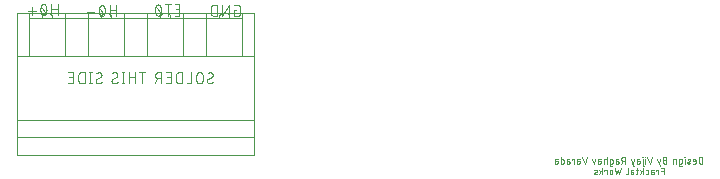
<source format=gbr>
G04 EAGLE Gerber X2 export*
%TF.Part,Single*%
%TF.FileFunction,Legend,Bot,1*%
%TF.FilePolarity,Positive*%
%TF.GenerationSoftware,Autodesk,EAGLE,9.1.3*%
%TF.CreationDate,2019-04-17T09:40:26Z*%
G75*
%MOMM*%
%FSLAX34Y34*%
%LPD*%
%AMOC8*
5,1,8,0,0,1.08239X$1,22.5*%
G01*
%ADD10C,0.076200*%
%ADD11C,0.050800*%
%ADD12C,0.050000*%


D10*
X168388Y185603D02*
X168390Y185514D01*
X168396Y185426D01*
X168405Y185338D01*
X168418Y185250D01*
X168435Y185163D01*
X168455Y185077D01*
X168480Y184992D01*
X168507Y184907D01*
X168539Y184824D01*
X168573Y184743D01*
X168612Y184663D01*
X168653Y184585D01*
X168698Y184508D01*
X168746Y184434D01*
X168797Y184361D01*
X168851Y184291D01*
X168909Y184224D01*
X168969Y184158D01*
X169031Y184096D01*
X169097Y184036D01*
X169164Y183978D01*
X169234Y183924D01*
X169307Y183873D01*
X169381Y183825D01*
X169458Y183780D01*
X169536Y183739D01*
X169616Y183700D01*
X169697Y183666D01*
X169780Y183634D01*
X169865Y183607D01*
X169950Y183582D01*
X170036Y183562D01*
X170123Y183545D01*
X170211Y183532D01*
X170299Y183523D01*
X170387Y183517D01*
X170476Y183515D01*
X170605Y183517D01*
X170734Y183523D01*
X170863Y183532D01*
X170991Y183545D01*
X171119Y183562D01*
X171246Y183583D01*
X171373Y183607D01*
X171499Y183635D01*
X171624Y183667D01*
X171748Y183702D01*
X171871Y183741D01*
X171993Y183784D01*
X172113Y183830D01*
X172232Y183880D01*
X172350Y183933D01*
X172466Y183989D01*
X172580Y184049D01*
X172693Y184112D01*
X172803Y184179D01*
X172912Y184248D01*
X173018Y184321D01*
X173123Y184397D01*
X173225Y184476D01*
X173325Y184558D01*
X173422Y184642D01*
X173517Y184730D01*
X173609Y184820D01*
X173348Y190825D02*
X173346Y190914D01*
X173340Y191002D01*
X173331Y191090D01*
X173318Y191178D01*
X173301Y191265D01*
X173281Y191351D01*
X173256Y191436D01*
X173229Y191521D01*
X173197Y191604D01*
X173163Y191685D01*
X173124Y191765D01*
X173083Y191843D01*
X173038Y191920D01*
X172990Y191994D01*
X172939Y192067D01*
X172885Y192137D01*
X172827Y192204D01*
X172767Y192270D01*
X172705Y192332D01*
X172639Y192392D01*
X172572Y192450D01*
X172502Y192504D01*
X172429Y192555D01*
X172355Y192603D01*
X172278Y192648D01*
X172200Y192689D01*
X172120Y192728D01*
X172039Y192762D01*
X171956Y192794D01*
X171871Y192821D01*
X171786Y192846D01*
X171700Y192866D01*
X171613Y192883D01*
X171525Y192896D01*
X171437Y192905D01*
X171349Y192911D01*
X171260Y192913D01*
X171140Y192911D01*
X171020Y192906D01*
X170901Y192896D01*
X170781Y192884D01*
X170662Y192867D01*
X170544Y192847D01*
X170426Y192823D01*
X170310Y192796D01*
X170194Y192765D01*
X170079Y192731D01*
X169965Y192693D01*
X169852Y192651D01*
X169741Y192606D01*
X169631Y192558D01*
X169523Y192507D01*
X169416Y192452D01*
X169311Y192394D01*
X169208Y192332D01*
X169107Y192268D01*
X169007Y192200D01*
X168910Y192130D01*
X172304Y188998D02*
X172382Y189046D01*
X172458Y189098D01*
X172531Y189152D01*
X172602Y189210D01*
X172671Y189271D01*
X172737Y189335D01*
X172800Y189402D01*
X172860Y189471D01*
X172917Y189543D01*
X172971Y189617D01*
X173021Y189694D01*
X173069Y189773D01*
X173112Y189853D01*
X173153Y189936D01*
X173189Y190020D01*
X173222Y190105D01*
X173251Y190192D01*
X173277Y190281D01*
X173299Y190370D01*
X173316Y190460D01*
X173330Y190550D01*
X173340Y190642D01*
X173346Y190733D01*
X173348Y190825D01*
X169432Y187430D02*
X169354Y187382D01*
X169278Y187330D01*
X169205Y187276D01*
X169134Y187218D01*
X169065Y187157D01*
X168999Y187093D01*
X168936Y187026D01*
X168876Y186957D01*
X168819Y186885D01*
X168765Y186811D01*
X168715Y186734D01*
X168667Y186655D01*
X168624Y186575D01*
X168583Y186492D01*
X168547Y186408D01*
X168514Y186323D01*
X168485Y186236D01*
X168459Y186147D01*
X168437Y186058D01*
X168420Y185968D01*
X168406Y185878D01*
X168396Y185786D01*
X168390Y185695D01*
X168388Y185603D01*
X169432Y187431D02*
X172304Y188997D01*
X164770Y190302D02*
X164770Y186126D01*
X164770Y190302D02*
X164768Y190403D01*
X164762Y190504D01*
X164752Y190605D01*
X164739Y190705D01*
X164721Y190805D01*
X164700Y190904D01*
X164674Y191002D01*
X164645Y191099D01*
X164613Y191195D01*
X164576Y191289D01*
X164536Y191382D01*
X164492Y191474D01*
X164445Y191563D01*
X164394Y191651D01*
X164340Y191737D01*
X164283Y191820D01*
X164223Y191902D01*
X164159Y191980D01*
X164093Y192057D01*
X164023Y192130D01*
X163951Y192201D01*
X163876Y192269D01*
X163798Y192334D01*
X163718Y192396D01*
X163636Y192455D01*
X163551Y192511D01*
X163465Y192563D01*
X163376Y192612D01*
X163285Y192658D01*
X163193Y192699D01*
X163099Y192738D01*
X163004Y192772D01*
X162908Y192803D01*
X162810Y192830D01*
X162712Y192854D01*
X162612Y192873D01*
X162512Y192889D01*
X162412Y192901D01*
X162311Y192909D01*
X162210Y192913D01*
X162108Y192913D01*
X162007Y192909D01*
X161906Y192901D01*
X161806Y192889D01*
X161706Y192873D01*
X161606Y192854D01*
X161508Y192830D01*
X161410Y192803D01*
X161314Y192772D01*
X161219Y192738D01*
X161125Y192699D01*
X161033Y192658D01*
X160942Y192612D01*
X160854Y192563D01*
X160767Y192511D01*
X160682Y192455D01*
X160600Y192396D01*
X160520Y192334D01*
X160442Y192269D01*
X160367Y192201D01*
X160295Y192130D01*
X160225Y192057D01*
X160159Y191980D01*
X160095Y191902D01*
X160035Y191820D01*
X159978Y191737D01*
X159924Y191651D01*
X159873Y191563D01*
X159826Y191474D01*
X159782Y191382D01*
X159742Y191289D01*
X159705Y191195D01*
X159673Y191099D01*
X159644Y191002D01*
X159618Y190904D01*
X159597Y190805D01*
X159579Y190705D01*
X159566Y190605D01*
X159556Y190504D01*
X159550Y190403D01*
X159548Y190302D01*
X159549Y190302D02*
X159549Y186126D01*
X159548Y186126D02*
X159550Y186025D01*
X159556Y185924D01*
X159566Y185823D01*
X159579Y185723D01*
X159597Y185623D01*
X159618Y185524D01*
X159644Y185426D01*
X159673Y185329D01*
X159705Y185233D01*
X159742Y185139D01*
X159782Y185046D01*
X159826Y184954D01*
X159873Y184865D01*
X159924Y184777D01*
X159978Y184691D01*
X160035Y184608D01*
X160095Y184526D01*
X160159Y184448D01*
X160225Y184371D01*
X160295Y184298D01*
X160367Y184227D01*
X160442Y184159D01*
X160520Y184094D01*
X160600Y184032D01*
X160682Y183973D01*
X160767Y183917D01*
X160854Y183865D01*
X160942Y183816D01*
X161033Y183770D01*
X161125Y183729D01*
X161219Y183690D01*
X161314Y183656D01*
X161410Y183625D01*
X161508Y183598D01*
X161606Y183574D01*
X161706Y183555D01*
X161806Y183539D01*
X161906Y183527D01*
X162007Y183519D01*
X162108Y183515D01*
X162210Y183515D01*
X162311Y183519D01*
X162412Y183527D01*
X162512Y183539D01*
X162612Y183555D01*
X162712Y183574D01*
X162810Y183598D01*
X162908Y183625D01*
X163004Y183656D01*
X163099Y183690D01*
X163193Y183729D01*
X163285Y183770D01*
X163376Y183816D01*
X163464Y183865D01*
X163551Y183917D01*
X163636Y183973D01*
X163718Y184032D01*
X163798Y184094D01*
X163876Y184159D01*
X163951Y184227D01*
X164023Y184298D01*
X164093Y184371D01*
X164159Y184448D01*
X164223Y184526D01*
X164283Y184608D01*
X164340Y184691D01*
X164394Y184777D01*
X164445Y184865D01*
X164492Y184954D01*
X164536Y185046D01*
X164576Y185139D01*
X164613Y185233D01*
X164645Y185329D01*
X164674Y185426D01*
X164700Y185524D01*
X164721Y185623D01*
X164739Y185723D01*
X164752Y185823D01*
X164762Y185924D01*
X164768Y186025D01*
X164770Y186126D01*
X155304Y183515D02*
X155304Y192913D01*
X155304Y183515D02*
X151127Y183515D01*
X147396Y183515D02*
X147396Y192913D01*
X144786Y192913D01*
X144686Y192911D01*
X144586Y192905D01*
X144487Y192896D01*
X144387Y192882D01*
X144289Y192865D01*
X144191Y192844D01*
X144094Y192820D01*
X143998Y192791D01*
X143903Y192759D01*
X143810Y192724D01*
X143718Y192685D01*
X143627Y192642D01*
X143539Y192596D01*
X143452Y192546D01*
X143367Y192494D01*
X143284Y192438D01*
X143203Y192379D01*
X143125Y192316D01*
X143049Y192251D01*
X142975Y192183D01*
X142905Y192113D01*
X142837Y192039D01*
X142772Y191963D01*
X142709Y191885D01*
X142650Y191804D01*
X142594Y191721D01*
X142542Y191636D01*
X142492Y191549D01*
X142446Y191461D01*
X142403Y191370D01*
X142364Y191278D01*
X142329Y191185D01*
X142297Y191090D01*
X142268Y190994D01*
X142244Y190897D01*
X142223Y190799D01*
X142206Y190701D01*
X142192Y190601D01*
X142183Y190502D01*
X142177Y190402D01*
X142175Y190302D01*
X142175Y186126D01*
X142177Y186026D01*
X142183Y185926D01*
X142192Y185827D01*
X142206Y185727D01*
X142223Y185629D01*
X142244Y185531D01*
X142268Y185434D01*
X142297Y185338D01*
X142329Y185243D01*
X142364Y185150D01*
X142403Y185058D01*
X142446Y184967D01*
X142492Y184879D01*
X142542Y184792D01*
X142594Y184707D01*
X142650Y184624D01*
X142709Y184543D01*
X142772Y184465D01*
X142837Y184389D01*
X142905Y184315D01*
X142975Y184245D01*
X143049Y184177D01*
X143125Y184112D01*
X143203Y184049D01*
X143284Y183990D01*
X143367Y183934D01*
X143452Y183882D01*
X143539Y183832D01*
X143627Y183786D01*
X143718Y183743D01*
X143810Y183704D01*
X143903Y183669D01*
X143998Y183637D01*
X144094Y183608D01*
X144191Y183584D01*
X144289Y183563D01*
X144387Y183546D01*
X144487Y183532D01*
X144586Y183523D01*
X144686Y183517D01*
X144786Y183515D01*
X147396Y183515D01*
X137625Y183515D02*
X133448Y183515D01*
X137625Y183515D02*
X137625Y192913D01*
X133448Y192913D01*
X134493Y188736D02*
X137625Y188736D01*
X129661Y192913D02*
X129661Y183515D01*
X129661Y192913D02*
X127050Y192913D01*
X126949Y192911D01*
X126848Y192905D01*
X126747Y192895D01*
X126647Y192882D01*
X126547Y192864D01*
X126448Y192843D01*
X126350Y192817D01*
X126253Y192788D01*
X126157Y192756D01*
X126063Y192719D01*
X125970Y192679D01*
X125878Y192635D01*
X125789Y192588D01*
X125701Y192537D01*
X125615Y192483D01*
X125532Y192426D01*
X125450Y192366D01*
X125372Y192302D01*
X125295Y192236D01*
X125222Y192166D01*
X125151Y192094D01*
X125083Y192019D01*
X125018Y191941D01*
X124956Y191861D01*
X124897Y191779D01*
X124841Y191694D01*
X124789Y191608D01*
X124740Y191519D01*
X124694Y191428D01*
X124653Y191336D01*
X124614Y191242D01*
X124580Y191147D01*
X124549Y191051D01*
X124522Y190953D01*
X124498Y190855D01*
X124479Y190755D01*
X124463Y190655D01*
X124451Y190555D01*
X124443Y190454D01*
X124439Y190353D01*
X124439Y190251D01*
X124443Y190150D01*
X124451Y190049D01*
X124463Y189949D01*
X124479Y189849D01*
X124498Y189749D01*
X124522Y189651D01*
X124549Y189553D01*
X124580Y189457D01*
X124614Y189362D01*
X124653Y189268D01*
X124694Y189176D01*
X124740Y189085D01*
X124789Y188997D01*
X124841Y188910D01*
X124897Y188825D01*
X124956Y188743D01*
X125018Y188663D01*
X125083Y188585D01*
X125151Y188510D01*
X125222Y188438D01*
X125295Y188368D01*
X125372Y188302D01*
X125450Y188238D01*
X125532Y188178D01*
X125615Y188121D01*
X125701Y188067D01*
X125789Y188016D01*
X125878Y187969D01*
X125970Y187925D01*
X126063Y187885D01*
X126157Y187848D01*
X126253Y187816D01*
X126350Y187787D01*
X126448Y187761D01*
X126547Y187740D01*
X126647Y187722D01*
X126747Y187709D01*
X126848Y187699D01*
X126949Y187693D01*
X127050Y187691D01*
X127050Y187692D02*
X129661Y187692D01*
X126528Y187692D02*
X124440Y183515D01*
X113696Y183515D02*
X113696Y192913D01*
X111086Y192913D02*
X116307Y192913D01*
X107468Y192913D02*
X107468Y183515D01*
X107468Y188736D02*
X102247Y188736D01*
X102247Y192913D02*
X102247Y183515D01*
X97237Y183515D02*
X97237Y192913D01*
X98281Y183515D02*
X96193Y183515D01*
X96193Y192913D02*
X98281Y192913D01*
X89705Y183515D02*
X89616Y183517D01*
X89528Y183523D01*
X89440Y183532D01*
X89352Y183545D01*
X89265Y183562D01*
X89179Y183582D01*
X89094Y183607D01*
X89009Y183634D01*
X88926Y183666D01*
X88845Y183700D01*
X88765Y183739D01*
X88687Y183780D01*
X88610Y183825D01*
X88536Y183873D01*
X88463Y183924D01*
X88393Y183978D01*
X88326Y184036D01*
X88260Y184096D01*
X88198Y184158D01*
X88138Y184224D01*
X88080Y184291D01*
X88026Y184361D01*
X87975Y184434D01*
X87927Y184508D01*
X87882Y184585D01*
X87841Y184663D01*
X87802Y184743D01*
X87768Y184824D01*
X87736Y184907D01*
X87709Y184992D01*
X87684Y185077D01*
X87664Y185163D01*
X87647Y185250D01*
X87634Y185338D01*
X87625Y185426D01*
X87619Y185514D01*
X87617Y185603D01*
X89705Y183515D02*
X89834Y183517D01*
X89963Y183523D01*
X90092Y183532D01*
X90220Y183545D01*
X90348Y183562D01*
X90475Y183583D01*
X90602Y183607D01*
X90728Y183635D01*
X90853Y183667D01*
X90977Y183702D01*
X91100Y183741D01*
X91222Y183784D01*
X91342Y183830D01*
X91461Y183880D01*
X91579Y183933D01*
X91695Y183989D01*
X91809Y184049D01*
X91922Y184112D01*
X92032Y184179D01*
X92141Y184248D01*
X92247Y184321D01*
X92352Y184397D01*
X92454Y184476D01*
X92554Y184558D01*
X92651Y184642D01*
X92746Y184730D01*
X92838Y184820D01*
X92576Y190825D02*
X92574Y190914D01*
X92568Y191002D01*
X92559Y191090D01*
X92546Y191178D01*
X92529Y191265D01*
X92509Y191351D01*
X92484Y191436D01*
X92457Y191521D01*
X92425Y191604D01*
X92391Y191685D01*
X92352Y191765D01*
X92311Y191843D01*
X92266Y191920D01*
X92218Y191994D01*
X92167Y192067D01*
X92113Y192137D01*
X92055Y192204D01*
X91995Y192270D01*
X91933Y192332D01*
X91867Y192392D01*
X91800Y192450D01*
X91730Y192504D01*
X91657Y192555D01*
X91583Y192603D01*
X91506Y192648D01*
X91428Y192689D01*
X91348Y192728D01*
X91267Y192762D01*
X91184Y192794D01*
X91099Y192821D01*
X91014Y192846D01*
X90928Y192866D01*
X90841Y192883D01*
X90753Y192896D01*
X90665Y192905D01*
X90577Y192911D01*
X90488Y192913D01*
X90368Y192911D01*
X90248Y192906D01*
X90129Y192896D01*
X90009Y192884D01*
X89890Y192867D01*
X89772Y192847D01*
X89654Y192823D01*
X89538Y192796D01*
X89422Y192765D01*
X89307Y192731D01*
X89193Y192693D01*
X89080Y192651D01*
X88969Y192606D01*
X88859Y192558D01*
X88751Y192507D01*
X88644Y192452D01*
X88539Y192394D01*
X88436Y192332D01*
X88335Y192268D01*
X88235Y192200D01*
X88138Y192130D01*
X91532Y188998D02*
X91610Y189046D01*
X91686Y189098D01*
X91759Y189152D01*
X91830Y189210D01*
X91899Y189271D01*
X91965Y189335D01*
X92028Y189402D01*
X92088Y189471D01*
X92145Y189543D01*
X92199Y189617D01*
X92249Y189694D01*
X92297Y189773D01*
X92340Y189853D01*
X92381Y189936D01*
X92417Y190020D01*
X92450Y190105D01*
X92479Y190192D01*
X92505Y190281D01*
X92527Y190370D01*
X92544Y190460D01*
X92558Y190550D01*
X92568Y190642D01*
X92574Y190733D01*
X92576Y190825D01*
X88660Y187430D02*
X88582Y187382D01*
X88506Y187330D01*
X88433Y187276D01*
X88362Y187218D01*
X88293Y187157D01*
X88227Y187093D01*
X88164Y187026D01*
X88104Y186957D01*
X88047Y186885D01*
X87993Y186811D01*
X87943Y186734D01*
X87895Y186655D01*
X87852Y186575D01*
X87811Y186492D01*
X87775Y186408D01*
X87742Y186323D01*
X87713Y186236D01*
X87687Y186147D01*
X87665Y186058D01*
X87648Y185968D01*
X87634Y185878D01*
X87624Y185786D01*
X87618Y185695D01*
X87616Y185603D01*
X88660Y187431D02*
X91532Y188997D01*
X76294Y183515D02*
X76205Y183517D01*
X76117Y183523D01*
X76029Y183532D01*
X75941Y183545D01*
X75854Y183562D01*
X75768Y183582D01*
X75683Y183607D01*
X75598Y183634D01*
X75515Y183666D01*
X75434Y183700D01*
X75354Y183739D01*
X75276Y183780D01*
X75199Y183825D01*
X75125Y183873D01*
X75052Y183924D01*
X74982Y183978D01*
X74915Y184036D01*
X74849Y184096D01*
X74787Y184158D01*
X74727Y184224D01*
X74669Y184291D01*
X74615Y184361D01*
X74564Y184434D01*
X74516Y184508D01*
X74471Y184585D01*
X74430Y184663D01*
X74391Y184743D01*
X74357Y184824D01*
X74325Y184907D01*
X74298Y184992D01*
X74273Y185077D01*
X74253Y185163D01*
X74236Y185250D01*
X74223Y185338D01*
X74214Y185426D01*
X74208Y185514D01*
X74206Y185603D01*
X76294Y183515D02*
X76423Y183517D01*
X76552Y183523D01*
X76681Y183532D01*
X76809Y183545D01*
X76937Y183562D01*
X77064Y183583D01*
X77191Y183607D01*
X77317Y183635D01*
X77442Y183667D01*
X77566Y183702D01*
X77689Y183741D01*
X77811Y183784D01*
X77931Y183830D01*
X78050Y183880D01*
X78168Y183933D01*
X78284Y183989D01*
X78398Y184049D01*
X78511Y184112D01*
X78621Y184179D01*
X78730Y184248D01*
X78836Y184321D01*
X78941Y184397D01*
X79043Y184476D01*
X79143Y184558D01*
X79240Y184642D01*
X79335Y184730D01*
X79427Y184820D01*
X79165Y190825D02*
X79163Y190914D01*
X79157Y191002D01*
X79148Y191090D01*
X79135Y191178D01*
X79118Y191265D01*
X79098Y191351D01*
X79073Y191436D01*
X79046Y191521D01*
X79014Y191604D01*
X78980Y191685D01*
X78941Y191765D01*
X78900Y191843D01*
X78855Y191920D01*
X78807Y191994D01*
X78756Y192067D01*
X78702Y192137D01*
X78644Y192204D01*
X78584Y192270D01*
X78522Y192332D01*
X78456Y192392D01*
X78389Y192450D01*
X78319Y192504D01*
X78246Y192555D01*
X78172Y192603D01*
X78095Y192648D01*
X78017Y192689D01*
X77937Y192728D01*
X77856Y192762D01*
X77773Y192794D01*
X77688Y192821D01*
X77603Y192846D01*
X77517Y192866D01*
X77430Y192883D01*
X77342Y192896D01*
X77254Y192905D01*
X77166Y192911D01*
X77077Y192913D01*
X76957Y192911D01*
X76837Y192906D01*
X76718Y192896D01*
X76598Y192884D01*
X76479Y192867D01*
X76361Y192847D01*
X76243Y192823D01*
X76127Y192796D01*
X76011Y192765D01*
X75896Y192731D01*
X75782Y192693D01*
X75669Y192651D01*
X75558Y192606D01*
X75448Y192558D01*
X75340Y192507D01*
X75233Y192452D01*
X75128Y192394D01*
X75025Y192332D01*
X74924Y192268D01*
X74824Y192200D01*
X74727Y192130D01*
X78121Y188998D02*
X78199Y189046D01*
X78275Y189098D01*
X78348Y189152D01*
X78419Y189210D01*
X78488Y189271D01*
X78554Y189335D01*
X78617Y189402D01*
X78677Y189471D01*
X78734Y189543D01*
X78788Y189617D01*
X78838Y189694D01*
X78886Y189773D01*
X78929Y189853D01*
X78970Y189936D01*
X79006Y190020D01*
X79039Y190105D01*
X79068Y190192D01*
X79094Y190281D01*
X79116Y190370D01*
X79133Y190460D01*
X79147Y190550D01*
X79157Y190642D01*
X79163Y190733D01*
X79165Y190825D01*
X75249Y187430D02*
X75171Y187382D01*
X75095Y187330D01*
X75022Y187276D01*
X74951Y187218D01*
X74882Y187157D01*
X74816Y187093D01*
X74753Y187026D01*
X74693Y186957D01*
X74636Y186885D01*
X74582Y186811D01*
X74532Y186734D01*
X74484Y186655D01*
X74441Y186575D01*
X74400Y186492D01*
X74364Y186408D01*
X74331Y186323D01*
X74302Y186236D01*
X74276Y186147D01*
X74254Y186058D01*
X74237Y185968D01*
X74223Y185878D01*
X74213Y185786D01*
X74207Y185695D01*
X74205Y185603D01*
X75249Y187431D02*
X78121Y188997D01*
X69805Y192913D02*
X69805Y183515D01*
X68761Y183515D02*
X70850Y183515D01*
X70850Y192913D02*
X68761Y192913D01*
X64796Y192913D02*
X64796Y183515D01*
X64796Y192913D02*
X62185Y192913D01*
X62085Y192911D01*
X61985Y192905D01*
X61886Y192896D01*
X61786Y192882D01*
X61688Y192865D01*
X61590Y192844D01*
X61493Y192820D01*
X61397Y192791D01*
X61302Y192759D01*
X61209Y192724D01*
X61117Y192685D01*
X61026Y192642D01*
X60938Y192596D01*
X60851Y192546D01*
X60766Y192494D01*
X60683Y192438D01*
X60602Y192379D01*
X60524Y192316D01*
X60448Y192251D01*
X60374Y192183D01*
X60304Y192113D01*
X60236Y192039D01*
X60171Y191963D01*
X60108Y191885D01*
X60049Y191804D01*
X59993Y191721D01*
X59941Y191636D01*
X59891Y191549D01*
X59845Y191461D01*
X59802Y191370D01*
X59763Y191278D01*
X59728Y191185D01*
X59696Y191090D01*
X59667Y190994D01*
X59643Y190897D01*
X59622Y190799D01*
X59605Y190701D01*
X59591Y190601D01*
X59582Y190502D01*
X59576Y190402D01*
X59574Y190302D01*
X59575Y190302D02*
X59575Y186126D01*
X59574Y186126D02*
X59576Y186026D01*
X59582Y185926D01*
X59591Y185827D01*
X59605Y185727D01*
X59622Y185629D01*
X59643Y185531D01*
X59667Y185434D01*
X59696Y185338D01*
X59728Y185243D01*
X59763Y185150D01*
X59802Y185058D01*
X59845Y184967D01*
X59891Y184879D01*
X59941Y184792D01*
X59993Y184707D01*
X60049Y184624D01*
X60108Y184543D01*
X60171Y184465D01*
X60236Y184389D01*
X60304Y184315D01*
X60374Y184245D01*
X60448Y184177D01*
X60524Y184112D01*
X60602Y184049D01*
X60683Y183990D01*
X60766Y183934D01*
X60851Y183882D01*
X60938Y183832D01*
X61026Y183786D01*
X61117Y183743D01*
X61209Y183704D01*
X61302Y183669D01*
X61397Y183637D01*
X61493Y183608D01*
X61590Y183584D01*
X61688Y183563D01*
X61786Y183546D01*
X61886Y183532D01*
X61985Y183523D01*
X62085Y183517D01*
X62185Y183515D01*
X64796Y183515D01*
X55025Y183515D02*
X50848Y183515D01*
X55025Y183515D02*
X55025Y192913D01*
X50848Y192913D01*
X51892Y188736D02*
X55025Y188736D01*
X42037Y241173D02*
X42037Y250571D01*
X42037Y246394D02*
X36816Y246394D01*
X36816Y250571D02*
X36816Y241173D01*
X32589Y245872D02*
X32587Y246057D01*
X32580Y246242D01*
X32569Y246426D01*
X32554Y246610D01*
X32534Y246794D01*
X32510Y246978D01*
X32481Y247160D01*
X32448Y247342D01*
X32411Y247523D01*
X32369Y247703D01*
X32323Y247883D01*
X32273Y248061D01*
X32219Y248237D01*
X32160Y248413D01*
X32098Y248587D01*
X32031Y248759D01*
X31960Y248930D01*
X31885Y249099D01*
X31806Y249266D01*
X31776Y249346D01*
X31743Y249425D01*
X31706Y249502D01*
X31666Y249578D01*
X31623Y249652D01*
X31577Y249724D01*
X31527Y249793D01*
X31475Y249861D01*
X31419Y249926D01*
X31361Y249989D01*
X31299Y250048D01*
X31236Y250106D01*
X31169Y250160D01*
X31101Y250211D01*
X31030Y250259D01*
X30957Y250304D01*
X30883Y250346D01*
X30806Y250384D01*
X30728Y250419D01*
X30649Y250451D01*
X30568Y250479D01*
X30486Y250503D01*
X30402Y250524D01*
X30319Y250541D01*
X30234Y250554D01*
X30149Y250563D01*
X30064Y250569D01*
X29978Y250571D01*
X29892Y250569D01*
X29807Y250563D01*
X29722Y250554D01*
X29637Y250541D01*
X29554Y250524D01*
X29470Y250503D01*
X29388Y250479D01*
X29308Y250451D01*
X29228Y250419D01*
X29150Y250384D01*
X29073Y250346D01*
X28999Y250304D01*
X28926Y250259D01*
X28855Y250211D01*
X28787Y250160D01*
X28720Y250106D01*
X28657Y250048D01*
X28596Y249989D01*
X28537Y249926D01*
X28482Y249861D01*
X28429Y249793D01*
X28379Y249724D01*
X28333Y249652D01*
X28290Y249578D01*
X28250Y249502D01*
X28213Y249425D01*
X28180Y249346D01*
X28150Y249266D01*
X28071Y249099D01*
X27996Y248930D01*
X27925Y248759D01*
X27858Y248587D01*
X27796Y248413D01*
X27737Y248237D01*
X27683Y248061D01*
X27633Y247883D01*
X27587Y247703D01*
X27545Y247523D01*
X27508Y247342D01*
X27475Y247160D01*
X27446Y246978D01*
X27422Y246794D01*
X27402Y246610D01*
X27387Y246426D01*
X27376Y246242D01*
X27369Y246057D01*
X27367Y245872D01*
X32588Y245872D02*
X32586Y245687D01*
X32579Y245502D01*
X32568Y245318D01*
X32553Y245134D01*
X32533Y244950D01*
X32509Y244766D01*
X32480Y244584D01*
X32447Y244402D01*
X32410Y244221D01*
X32368Y244041D01*
X32322Y243861D01*
X32272Y243683D01*
X32218Y243507D01*
X32159Y243331D01*
X32097Y243157D01*
X32030Y242985D01*
X31959Y242814D01*
X31884Y242645D01*
X31805Y242478D01*
X31806Y242478D02*
X31776Y242398D01*
X31743Y242319D01*
X31706Y242242D01*
X31666Y242166D01*
X31623Y242092D01*
X31577Y242020D01*
X31527Y241951D01*
X31474Y241883D01*
X31419Y241818D01*
X31360Y241755D01*
X31299Y241696D01*
X31236Y241638D01*
X31169Y241584D01*
X31101Y241533D01*
X31030Y241485D01*
X30957Y241440D01*
X30883Y241398D01*
X30806Y241360D01*
X30728Y241325D01*
X30649Y241293D01*
X30568Y241265D01*
X30486Y241241D01*
X30402Y241220D01*
X30319Y241203D01*
X30234Y241190D01*
X30149Y241181D01*
X30064Y241175D01*
X29978Y241173D01*
X28150Y242478D02*
X28071Y242645D01*
X27996Y242814D01*
X27925Y242985D01*
X27858Y243157D01*
X27796Y243331D01*
X27737Y243507D01*
X27683Y243683D01*
X27633Y243861D01*
X27587Y244041D01*
X27545Y244221D01*
X27508Y244402D01*
X27475Y244584D01*
X27446Y244766D01*
X27422Y244950D01*
X27402Y245134D01*
X27387Y245318D01*
X27376Y245502D01*
X27369Y245687D01*
X27367Y245872D01*
X28150Y242478D02*
X28180Y242398D01*
X28213Y242319D01*
X28250Y242242D01*
X28290Y242166D01*
X28333Y242092D01*
X28379Y242020D01*
X28429Y241951D01*
X28482Y241883D01*
X28537Y241818D01*
X28596Y241755D01*
X28657Y241696D01*
X28720Y241638D01*
X28787Y241584D01*
X28855Y241533D01*
X28926Y241485D01*
X28999Y241440D01*
X29073Y241398D01*
X29150Y241360D01*
X29228Y241325D01*
X29308Y241293D01*
X29388Y241265D01*
X29470Y241241D01*
X29554Y241220D01*
X29637Y241203D01*
X29722Y241190D01*
X29807Y241181D01*
X29892Y241175D01*
X29978Y241173D01*
X32066Y243261D02*
X27889Y248483D01*
X23357Y244828D02*
X17091Y244828D01*
X20224Y241695D02*
X20224Y247960D01*
X91567Y249809D02*
X91567Y240411D01*
X91567Y245632D02*
X86346Y245632D01*
X86346Y249809D02*
X86346Y240411D01*
X82119Y245110D02*
X82117Y245295D01*
X82110Y245480D01*
X82099Y245664D01*
X82084Y245848D01*
X82064Y246032D01*
X82040Y246216D01*
X82011Y246398D01*
X81978Y246580D01*
X81941Y246761D01*
X81899Y246941D01*
X81853Y247121D01*
X81803Y247299D01*
X81749Y247475D01*
X81690Y247651D01*
X81628Y247825D01*
X81561Y247997D01*
X81490Y248168D01*
X81415Y248337D01*
X81336Y248504D01*
X81306Y248584D01*
X81273Y248663D01*
X81236Y248740D01*
X81196Y248816D01*
X81153Y248890D01*
X81107Y248962D01*
X81057Y249031D01*
X81005Y249099D01*
X80949Y249164D01*
X80891Y249227D01*
X80829Y249286D01*
X80766Y249344D01*
X80699Y249398D01*
X80631Y249449D01*
X80560Y249497D01*
X80487Y249542D01*
X80413Y249584D01*
X80336Y249622D01*
X80258Y249657D01*
X80179Y249689D01*
X80098Y249717D01*
X80016Y249741D01*
X79932Y249762D01*
X79849Y249779D01*
X79764Y249792D01*
X79679Y249801D01*
X79594Y249807D01*
X79508Y249809D01*
X79422Y249807D01*
X79337Y249801D01*
X79252Y249792D01*
X79167Y249779D01*
X79084Y249762D01*
X79000Y249741D01*
X78918Y249717D01*
X78838Y249689D01*
X78758Y249657D01*
X78680Y249622D01*
X78603Y249584D01*
X78529Y249542D01*
X78456Y249497D01*
X78385Y249449D01*
X78317Y249398D01*
X78250Y249344D01*
X78187Y249286D01*
X78126Y249227D01*
X78067Y249164D01*
X78012Y249099D01*
X77959Y249031D01*
X77909Y248962D01*
X77863Y248890D01*
X77820Y248816D01*
X77780Y248740D01*
X77743Y248663D01*
X77710Y248584D01*
X77680Y248504D01*
X77601Y248337D01*
X77526Y248168D01*
X77455Y247997D01*
X77388Y247825D01*
X77326Y247651D01*
X77267Y247475D01*
X77213Y247299D01*
X77163Y247121D01*
X77117Y246941D01*
X77075Y246761D01*
X77038Y246580D01*
X77005Y246398D01*
X76976Y246216D01*
X76952Y246032D01*
X76932Y245848D01*
X76917Y245664D01*
X76906Y245480D01*
X76899Y245295D01*
X76897Y245110D01*
X82118Y245110D02*
X82116Y244925D01*
X82109Y244740D01*
X82098Y244556D01*
X82083Y244372D01*
X82063Y244188D01*
X82039Y244004D01*
X82010Y243822D01*
X81977Y243640D01*
X81940Y243459D01*
X81898Y243279D01*
X81852Y243099D01*
X81802Y242921D01*
X81748Y242745D01*
X81689Y242569D01*
X81627Y242395D01*
X81560Y242223D01*
X81489Y242052D01*
X81414Y241883D01*
X81335Y241716D01*
X81336Y241716D02*
X81306Y241636D01*
X81273Y241557D01*
X81236Y241480D01*
X81196Y241404D01*
X81153Y241330D01*
X81107Y241258D01*
X81057Y241189D01*
X81004Y241121D01*
X80949Y241056D01*
X80890Y240993D01*
X80829Y240934D01*
X80766Y240876D01*
X80699Y240822D01*
X80631Y240771D01*
X80560Y240723D01*
X80487Y240678D01*
X80413Y240636D01*
X80336Y240598D01*
X80258Y240563D01*
X80179Y240531D01*
X80098Y240503D01*
X80016Y240479D01*
X79932Y240458D01*
X79849Y240441D01*
X79764Y240428D01*
X79679Y240419D01*
X79594Y240413D01*
X79508Y240411D01*
X77680Y241716D02*
X77601Y241883D01*
X77526Y242052D01*
X77455Y242223D01*
X77388Y242395D01*
X77326Y242569D01*
X77267Y242745D01*
X77213Y242921D01*
X77163Y243099D01*
X77117Y243279D01*
X77075Y243459D01*
X77038Y243640D01*
X77005Y243822D01*
X76976Y244004D01*
X76952Y244188D01*
X76932Y244372D01*
X76917Y244556D01*
X76906Y244740D01*
X76899Y244925D01*
X76897Y245110D01*
X77680Y241716D02*
X77710Y241636D01*
X77743Y241557D01*
X77780Y241480D01*
X77820Y241404D01*
X77863Y241330D01*
X77909Y241258D01*
X77959Y241189D01*
X78012Y241121D01*
X78067Y241056D01*
X78126Y240993D01*
X78187Y240934D01*
X78250Y240876D01*
X78317Y240822D01*
X78385Y240771D01*
X78456Y240723D01*
X78529Y240678D01*
X78603Y240636D01*
X78680Y240598D01*
X78758Y240563D01*
X78838Y240531D01*
X78918Y240503D01*
X79000Y240479D01*
X79084Y240458D01*
X79167Y240441D01*
X79252Y240428D01*
X79337Y240419D01*
X79422Y240413D01*
X79508Y240411D01*
X81596Y242499D02*
X77419Y247721D01*
X72887Y244066D02*
X66621Y244066D01*
X140984Y240919D02*
X145161Y240919D01*
X145161Y250317D01*
X140984Y250317D01*
X142028Y246140D02*
X145161Y246140D01*
X135558Y250317D02*
X135558Y240919D01*
X138168Y250317D02*
X132947Y250317D01*
X128851Y249012D02*
X128930Y248845D01*
X129005Y248676D01*
X129076Y248505D01*
X129143Y248333D01*
X129205Y248159D01*
X129264Y247983D01*
X129318Y247807D01*
X129368Y247629D01*
X129414Y247449D01*
X129456Y247269D01*
X129493Y247088D01*
X129526Y246906D01*
X129555Y246724D01*
X129579Y246540D01*
X129599Y246356D01*
X129614Y246172D01*
X129625Y245988D01*
X129632Y245803D01*
X129634Y245618D01*
X128851Y249012D02*
X128821Y249092D01*
X128788Y249171D01*
X128751Y249248D01*
X128711Y249324D01*
X128668Y249398D01*
X128622Y249470D01*
X128572Y249539D01*
X128520Y249607D01*
X128464Y249672D01*
X128406Y249735D01*
X128344Y249794D01*
X128281Y249852D01*
X128214Y249906D01*
X128146Y249957D01*
X128075Y250005D01*
X128002Y250050D01*
X127928Y250092D01*
X127851Y250130D01*
X127773Y250165D01*
X127694Y250197D01*
X127613Y250225D01*
X127531Y250249D01*
X127447Y250270D01*
X127364Y250287D01*
X127279Y250300D01*
X127194Y250309D01*
X127109Y250315D01*
X127023Y250317D01*
X126937Y250315D01*
X126852Y250309D01*
X126767Y250300D01*
X126682Y250287D01*
X126599Y250270D01*
X126515Y250249D01*
X126433Y250225D01*
X126353Y250197D01*
X126273Y250165D01*
X126195Y250130D01*
X126118Y250092D01*
X126044Y250050D01*
X125971Y250005D01*
X125900Y249957D01*
X125832Y249906D01*
X125765Y249852D01*
X125702Y249794D01*
X125641Y249735D01*
X125582Y249672D01*
X125527Y249607D01*
X125474Y249539D01*
X125424Y249470D01*
X125378Y249398D01*
X125335Y249324D01*
X125295Y249248D01*
X125258Y249171D01*
X125225Y249092D01*
X125195Y249012D01*
X125116Y248845D01*
X125041Y248676D01*
X124970Y248505D01*
X124903Y248333D01*
X124841Y248159D01*
X124782Y247983D01*
X124728Y247807D01*
X124678Y247629D01*
X124632Y247449D01*
X124590Y247269D01*
X124553Y247088D01*
X124520Y246906D01*
X124491Y246724D01*
X124467Y246540D01*
X124447Y246356D01*
X124432Y246172D01*
X124421Y245988D01*
X124414Y245803D01*
X124412Y245618D01*
X129634Y245618D02*
X129632Y245433D01*
X129625Y245248D01*
X129614Y245064D01*
X129599Y244880D01*
X129579Y244696D01*
X129555Y244512D01*
X129526Y244330D01*
X129493Y244148D01*
X129456Y243967D01*
X129414Y243787D01*
X129368Y243607D01*
X129318Y243429D01*
X129264Y243253D01*
X129205Y243077D01*
X129143Y242903D01*
X129076Y242731D01*
X129005Y242560D01*
X128930Y242391D01*
X128851Y242224D01*
X128821Y242144D01*
X128788Y242065D01*
X128751Y241988D01*
X128711Y241912D01*
X128668Y241838D01*
X128622Y241766D01*
X128572Y241697D01*
X128519Y241629D01*
X128464Y241564D01*
X128405Y241501D01*
X128344Y241442D01*
X128281Y241384D01*
X128214Y241330D01*
X128146Y241279D01*
X128075Y241231D01*
X128002Y241186D01*
X127928Y241144D01*
X127851Y241106D01*
X127773Y241071D01*
X127694Y241039D01*
X127613Y241011D01*
X127531Y240987D01*
X127447Y240966D01*
X127364Y240949D01*
X127279Y240936D01*
X127194Y240927D01*
X127109Y240921D01*
X127023Y240919D01*
X125196Y242224D02*
X125117Y242391D01*
X125042Y242560D01*
X124971Y242731D01*
X124904Y242903D01*
X124842Y243077D01*
X124783Y243253D01*
X124729Y243429D01*
X124679Y243607D01*
X124633Y243787D01*
X124591Y243967D01*
X124554Y244148D01*
X124521Y244330D01*
X124492Y244512D01*
X124468Y244696D01*
X124448Y244880D01*
X124433Y245064D01*
X124422Y245248D01*
X124415Y245433D01*
X124413Y245618D01*
X125195Y242224D02*
X125225Y242144D01*
X125258Y242065D01*
X125295Y241988D01*
X125335Y241912D01*
X125378Y241838D01*
X125424Y241766D01*
X125474Y241697D01*
X125527Y241629D01*
X125582Y241564D01*
X125641Y241501D01*
X125702Y241442D01*
X125765Y241384D01*
X125832Y241330D01*
X125900Y241279D01*
X125971Y241231D01*
X126044Y241186D01*
X126118Y241144D01*
X126195Y241106D01*
X126273Y241071D01*
X126353Y241039D01*
X126433Y241011D01*
X126515Y240987D01*
X126599Y240966D01*
X126682Y240949D01*
X126767Y240936D01*
X126852Y240927D01*
X126937Y240921D01*
X127023Y240919D01*
X129112Y243007D02*
X124935Y248229D01*
X191248Y245886D02*
X192814Y245886D01*
X191248Y245886D02*
X191248Y240665D01*
X194381Y240665D01*
X194470Y240667D01*
X194558Y240673D01*
X194646Y240682D01*
X194734Y240695D01*
X194821Y240712D01*
X194907Y240732D01*
X194992Y240757D01*
X195077Y240784D01*
X195160Y240816D01*
X195241Y240850D01*
X195321Y240889D01*
X195399Y240930D01*
X195476Y240975D01*
X195550Y241023D01*
X195623Y241074D01*
X195693Y241128D01*
X195760Y241186D01*
X195826Y241246D01*
X195888Y241308D01*
X195948Y241374D01*
X196006Y241441D01*
X196060Y241511D01*
X196111Y241584D01*
X196159Y241658D01*
X196204Y241735D01*
X196245Y241813D01*
X196284Y241893D01*
X196318Y241974D01*
X196350Y242057D01*
X196377Y242142D01*
X196402Y242227D01*
X196422Y242313D01*
X196439Y242400D01*
X196452Y242488D01*
X196461Y242576D01*
X196467Y242664D01*
X196469Y242753D01*
X196469Y247975D01*
X196467Y248064D01*
X196461Y248152D01*
X196452Y248240D01*
X196439Y248328D01*
X196422Y248415D01*
X196402Y248501D01*
X196377Y248586D01*
X196350Y248671D01*
X196318Y248754D01*
X196284Y248835D01*
X196245Y248915D01*
X196204Y248993D01*
X196159Y249070D01*
X196111Y249144D01*
X196060Y249217D01*
X196006Y249287D01*
X195948Y249354D01*
X195888Y249420D01*
X195826Y249482D01*
X195760Y249542D01*
X195693Y249600D01*
X195623Y249654D01*
X195550Y249705D01*
X195476Y249753D01*
X195399Y249798D01*
X195321Y249839D01*
X195241Y249878D01*
X195160Y249912D01*
X195077Y249944D01*
X194992Y249971D01*
X194907Y249996D01*
X194821Y250016D01*
X194734Y250033D01*
X194646Y250046D01*
X194558Y250055D01*
X194470Y250061D01*
X194381Y250063D01*
X191248Y250063D01*
X186715Y250063D02*
X186715Y240665D01*
X181494Y240665D02*
X186715Y250063D01*
X181494Y250063D02*
X181494Y240665D01*
X176962Y240665D02*
X176962Y250063D01*
X174351Y250063D01*
X174251Y250061D01*
X174151Y250055D01*
X174052Y250046D01*
X173952Y250032D01*
X173854Y250015D01*
X173756Y249994D01*
X173659Y249970D01*
X173563Y249941D01*
X173468Y249909D01*
X173375Y249874D01*
X173283Y249835D01*
X173192Y249792D01*
X173104Y249746D01*
X173017Y249696D01*
X172932Y249644D01*
X172849Y249588D01*
X172768Y249529D01*
X172690Y249466D01*
X172614Y249401D01*
X172540Y249333D01*
X172470Y249263D01*
X172402Y249189D01*
X172337Y249113D01*
X172274Y249035D01*
X172215Y248954D01*
X172159Y248871D01*
X172107Y248786D01*
X172057Y248699D01*
X172011Y248611D01*
X171968Y248520D01*
X171929Y248428D01*
X171894Y248335D01*
X171862Y248240D01*
X171833Y248144D01*
X171809Y248047D01*
X171788Y247949D01*
X171771Y247851D01*
X171757Y247751D01*
X171748Y247652D01*
X171742Y247552D01*
X171740Y247452D01*
X171741Y247452D02*
X171741Y243276D01*
X171740Y243276D02*
X171742Y243176D01*
X171748Y243076D01*
X171757Y242977D01*
X171771Y242877D01*
X171788Y242779D01*
X171809Y242681D01*
X171833Y242584D01*
X171862Y242488D01*
X171894Y242393D01*
X171929Y242300D01*
X171968Y242208D01*
X172011Y242117D01*
X172057Y242029D01*
X172107Y241942D01*
X172159Y241857D01*
X172215Y241774D01*
X172274Y241693D01*
X172337Y241615D01*
X172402Y241539D01*
X172470Y241465D01*
X172540Y241395D01*
X172614Y241327D01*
X172690Y241262D01*
X172768Y241199D01*
X172849Y241140D01*
X172932Y241084D01*
X173017Y241032D01*
X173104Y240982D01*
X173192Y240936D01*
X173283Y240893D01*
X173375Y240854D01*
X173468Y240819D01*
X173563Y240787D01*
X173659Y240758D01*
X173756Y240734D01*
X173854Y240713D01*
X173952Y240696D01*
X174052Y240682D01*
X174151Y240673D01*
X174251Y240667D01*
X174351Y240665D01*
X176962Y240665D01*
D11*
X587899Y121158D02*
X587899Y115570D01*
X587899Y121158D02*
X586346Y121158D01*
X586270Y121156D01*
X586194Y121151D01*
X586118Y121141D01*
X586043Y121128D01*
X585969Y121111D01*
X585895Y121091D01*
X585823Y121067D01*
X585752Y121040D01*
X585682Y121009D01*
X585614Y120975D01*
X585548Y120937D01*
X585484Y120896D01*
X585421Y120853D01*
X585361Y120806D01*
X585304Y120756D01*
X585249Y120703D01*
X585196Y120648D01*
X585146Y120591D01*
X585099Y120531D01*
X585056Y120468D01*
X585015Y120404D01*
X584977Y120338D01*
X584943Y120270D01*
X584912Y120200D01*
X584885Y120129D01*
X584861Y120057D01*
X584841Y119983D01*
X584824Y119909D01*
X584811Y119834D01*
X584801Y119758D01*
X584796Y119682D01*
X584794Y119606D01*
X584794Y117122D01*
X584796Y117046D01*
X584801Y116970D01*
X584811Y116894D01*
X584824Y116819D01*
X584841Y116745D01*
X584861Y116671D01*
X584885Y116599D01*
X584912Y116528D01*
X584943Y116458D01*
X584977Y116390D01*
X585015Y116324D01*
X585056Y116260D01*
X585099Y116197D01*
X585146Y116137D01*
X585196Y116080D01*
X585249Y116025D01*
X585304Y115972D01*
X585361Y115922D01*
X585421Y115875D01*
X585484Y115832D01*
X585548Y115791D01*
X585614Y115753D01*
X585682Y115719D01*
X585752Y115688D01*
X585823Y115661D01*
X585895Y115637D01*
X585969Y115617D01*
X586043Y115600D01*
X586118Y115587D01*
X586194Y115577D01*
X586270Y115572D01*
X586346Y115570D01*
X587899Y115570D01*
X581353Y115570D02*
X579801Y115570D01*
X581353Y115570D02*
X581411Y115572D01*
X581470Y115577D01*
X581527Y115586D01*
X581585Y115599D01*
X581641Y115616D01*
X581696Y115635D01*
X581749Y115659D01*
X581802Y115685D01*
X581852Y115715D01*
X581900Y115748D01*
X581946Y115784D01*
X581990Y115822D01*
X582032Y115864D01*
X582070Y115908D01*
X582106Y115954D01*
X582139Y116002D01*
X582169Y116052D01*
X582195Y116105D01*
X582219Y116158D01*
X582238Y116213D01*
X582255Y116269D01*
X582268Y116327D01*
X582277Y116384D01*
X582282Y116443D01*
X582284Y116501D01*
X582285Y116501D02*
X582285Y118054D01*
X582283Y118124D01*
X582277Y118193D01*
X582267Y118262D01*
X582254Y118330D01*
X582236Y118398D01*
X582215Y118464D01*
X582190Y118529D01*
X582162Y118593D01*
X582130Y118655D01*
X582095Y118715D01*
X582056Y118773D01*
X582014Y118828D01*
X581969Y118882D01*
X581921Y118932D01*
X581871Y118980D01*
X581817Y119025D01*
X581762Y119067D01*
X581704Y119106D01*
X581644Y119141D01*
X581582Y119173D01*
X581518Y119201D01*
X581453Y119226D01*
X581387Y119247D01*
X581319Y119265D01*
X581251Y119278D01*
X581182Y119288D01*
X581113Y119294D01*
X581043Y119296D01*
X580973Y119294D01*
X580904Y119288D01*
X580835Y119278D01*
X580767Y119265D01*
X580699Y119247D01*
X580633Y119226D01*
X580568Y119201D01*
X580504Y119173D01*
X580442Y119141D01*
X580382Y119106D01*
X580324Y119067D01*
X580269Y119025D01*
X580215Y118980D01*
X580165Y118932D01*
X580117Y118882D01*
X580072Y118828D01*
X580030Y118773D01*
X579991Y118715D01*
X579956Y118655D01*
X579924Y118593D01*
X579896Y118529D01*
X579871Y118464D01*
X579850Y118398D01*
X579832Y118330D01*
X579819Y118262D01*
X579809Y118193D01*
X579803Y118124D01*
X579801Y118054D01*
X579801Y117433D01*
X582285Y117433D01*
X577064Y117743D02*
X575512Y117122D01*
X577064Y117743D02*
X577115Y117765D01*
X577164Y117791D01*
X577212Y117820D01*
X577257Y117853D01*
X577300Y117889D01*
X577341Y117927D01*
X577378Y117969D01*
X577413Y118012D01*
X577445Y118058D01*
X577473Y118107D01*
X577498Y118157D01*
X577519Y118208D01*
X577537Y118261D01*
X577551Y118315D01*
X577561Y118370D01*
X577567Y118426D01*
X577570Y118481D01*
X577569Y118537D01*
X577563Y118593D01*
X577554Y118648D01*
X577542Y118702D01*
X577525Y118756D01*
X577505Y118808D01*
X577481Y118858D01*
X577454Y118907D01*
X577423Y118954D01*
X577389Y118998D01*
X577353Y119040D01*
X577313Y119080D01*
X577271Y119116D01*
X577226Y119150D01*
X577179Y119180D01*
X577131Y119207D01*
X577080Y119231D01*
X577028Y119251D01*
X576974Y119267D01*
X576920Y119280D01*
X576865Y119289D01*
X576809Y119294D01*
X576753Y119295D01*
X576754Y119296D02*
X576643Y119292D01*
X576532Y119286D01*
X576422Y119275D01*
X576312Y119261D01*
X576202Y119244D01*
X576093Y119224D01*
X575985Y119200D01*
X575878Y119172D01*
X575771Y119141D01*
X575666Y119107D01*
X575561Y119070D01*
X575458Y119029D01*
X575356Y118985D01*
X575512Y117122D02*
X575461Y117100D01*
X575412Y117074D01*
X575364Y117045D01*
X575319Y117012D01*
X575276Y116976D01*
X575235Y116938D01*
X575198Y116896D01*
X575163Y116853D01*
X575131Y116807D01*
X575103Y116758D01*
X575078Y116708D01*
X575057Y116657D01*
X575039Y116604D01*
X575025Y116550D01*
X575015Y116495D01*
X575009Y116439D01*
X575006Y116384D01*
X575007Y116328D01*
X575013Y116272D01*
X575022Y116217D01*
X575034Y116163D01*
X575051Y116109D01*
X575071Y116057D01*
X575095Y116007D01*
X575122Y115958D01*
X575153Y115911D01*
X575187Y115867D01*
X575223Y115825D01*
X575263Y115785D01*
X575305Y115749D01*
X575350Y115715D01*
X575397Y115685D01*
X575445Y115658D01*
X575496Y115634D01*
X575548Y115614D01*
X575602Y115598D01*
X575656Y115585D01*
X575711Y115576D01*
X575767Y115571D01*
X575823Y115570D01*
X575822Y115570D02*
X575956Y115573D01*
X576090Y115580D01*
X576224Y115591D01*
X576357Y115604D01*
X576490Y115622D01*
X576623Y115642D01*
X576755Y115666D01*
X576886Y115694D01*
X577017Y115724D01*
X577146Y115758D01*
X577275Y115796D01*
X577403Y115836D01*
X577530Y115880D01*
X572813Y115570D02*
X572813Y119295D01*
X572968Y120848D02*
X572968Y121158D01*
X572658Y121158D01*
X572658Y120848D01*
X572968Y120848D01*
X569678Y115570D02*
X568126Y115570D01*
X569678Y115570D02*
X569736Y115572D01*
X569795Y115577D01*
X569852Y115586D01*
X569910Y115599D01*
X569966Y115616D01*
X570021Y115635D01*
X570074Y115659D01*
X570127Y115685D01*
X570177Y115715D01*
X570225Y115748D01*
X570271Y115784D01*
X570315Y115822D01*
X570357Y115864D01*
X570395Y115908D01*
X570431Y115954D01*
X570464Y116002D01*
X570494Y116052D01*
X570520Y116105D01*
X570544Y116158D01*
X570563Y116213D01*
X570580Y116269D01*
X570593Y116327D01*
X570602Y116384D01*
X570607Y116443D01*
X570609Y116501D01*
X570609Y118364D01*
X570607Y118422D01*
X570602Y118481D01*
X570593Y118538D01*
X570580Y118596D01*
X570563Y118652D01*
X570544Y118707D01*
X570520Y118760D01*
X570494Y118813D01*
X570464Y118863D01*
X570431Y118911D01*
X570395Y118957D01*
X570357Y119001D01*
X570315Y119043D01*
X570271Y119081D01*
X570225Y119117D01*
X570177Y119150D01*
X570127Y119180D01*
X570074Y119206D01*
X570021Y119230D01*
X569966Y119249D01*
X569910Y119266D01*
X569852Y119279D01*
X569795Y119288D01*
X569736Y119293D01*
X569678Y119295D01*
X568126Y119295D01*
X568126Y114639D01*
X568128Y114578D01*
X568134Y114517D01*
X568144Y114457D01*
X568158Y114398D01*
X568175Y114340D01*
X568197Y114283D01*
X568222Y114227D01*
X568251Y114174D01*
X568283Y114122D01*
X568318Y114072D01*
X568357Y114025D01*
X568399Y113981D01*
X568443Y113939D01*
X568490Y113900D01*
X568540Y113865D01*
X568591Y113833D01*
X568645Y113804D01*
X568701Y113779D01*
X568758Y113757D01*
X568816Y113740D01*
X568875Y113726D01*
X568935Y113716D01*
X568996Y113710D01*
X569057Y113708D01*
X569057Y113707D02*
X570299Y113707D01*
X565460Y115570D02*
X565460Y119295D01*
X563908Y119295D01*
X563850Y119293D01*
X563791Y119288D01*
X563734Y119279D01*
X563676Y119266D01*
X563620Y119249D01*
X563565Y119230D01*
X563512Y119206D01*
X563459Y119180D01*
X563409Y119150D01*
X563361Y119117D01*
X563315Y119081D01*
X563271Y119043D01*
X563229Y119001D01*
X563191Y118957D01*
X563155Y118911D01*
X563122Y118863D01*
X563092Y118813D01*
X563066Y118760D01*
X563042Y118707D01*
X563023Y118652D01*
X563006Y118596D01*
X562993Y118538D01*
X562984Y118481D01*
X562979Y118422D01*
X562977Y118364D01*
X562976Y118364D02*
X562976Y115570D01*
X557275Y118674D02*
X555723Y118674D01*
X555646Y118672D01*
X555568Y118666D01*
X555492Y118657D01*
X555415Y118643D01*
X555340Y118626D01*
X555266Y118605D01*
X555192Y118580D01*
X555120Y118552D01*
X555050Y118520D01*
X554981Y118485D01*
X554914Y118446D01*
X554849Y118404D01*
X554786Y118359D01*
X554725Y118311D01*
X554667Y118260D01*
X554612Y118206D01*
X554559Y118149D01*
X554510Y118090D01*
X554463Y118028D01*
X554419Y117964D01*
X554379Y117898D01*
X554342Y117830D01*
X554308Y117760D01*
X554278Y117689D01*
X554252Y117616D01*
X554229Y117542D01*
X554210Y117467D01*
X554195Y117392D01*
X554183Y117315D01*
X554175Y117238D01*
X554171Y117161D01*
X554171Y117083D01*
X554175Y117006D01*
X554183Y116929D01*
X554195Y116852D01*
X554210Y116777D01*
X554229Y116702D01*
X554252Y116628D01*
X554278Y116555D01*
X554308Y116484D01*
X554342Y116414D01*
X554379Y116346D01*
X554419Y116280D01*
X554463Y116216D01*
X554510Y116154D01*
X554559Y116095D01*
X554612Y116038D01*
X554667Y115984D01*
X554725Y115933D01*
X554786Y115885D01*
X554849Y115840D01*
X554914Y115798D01*
X554981Y115759D01*
X555050Y115724D01*
X555120Y115692D01*
X555192Y115664D01*
X555266Y115639D01*
X555340Y115618D01*
X555415Y115601D01*
X555492Y115587D01*
X555568Y115578D01*
X555646Y115572D01*
X555723Y115570D01*
X557275Y115570D01*
X557275Y121158D01*
X555723Y121158D01*
X555653Y121156D01*
X555584Y121150D01*
X555515Y121140D01*
X555447Y121127D01*
X555379Y121109D01*
X555313Y121088D01*
X555248Y121063D01*
X555184Y121035D01*
X555122Y121003D01*
X555062Y120968D01*
X555004Y120929D01*
X554949Y120887D01*
X554895Y120842D01*
X554845Y120794D01*
X554797Y120744D01*
X554752Y120690D01*
X554710Y120635D01*
X554671Y120577D01*
X554636Y120517D01*
X554604Y120455D01*
X554576Y120391D01*
X554551Y120326D01*
X554530Y120260D01*
X554512Y120192D01*
X554499Y120124D01*
X554489Y120055D01*
X554483Y119986D01*
X554481Y119916D01*
X554483Y119846D01*
X554489Y119777D01*
X554499Y119708D01*
X554512Y119640D01*
X554530Y119572D01*
X554551Y119506D01*
X554576Y119441D01*
X554604Y119377D01*
X554636Y119315D01*
X554671Y119255D01*
X554710Y119197D01*
X554752Y119142D01*
X554797Y119088D01*
X554845Y119038D01*
X554895Y118990D01*
X554949Y118945D01*
X555004Y118903D01*
X555062Y118864D01*
X555122Y118829D01*
X555184Y118797D01*
X555248Y118769D01*
X555313Y118744D01*
X555379Y118723D01*
X555447Y118705D01*
X555515Y118692D01*
X555584Y118682D01*
X555653Y118676D01*
X555723Y118674D01*
X552293Y113707D02*
X551672Y113707D01*
X549809Y119295D01*
X552293Y119295D02*
X551051Y115570D01*
X543187Y115570D02*
X545050Y121158D01*
X541324Y121158D02*
X543187Y115570D01*
X539347Y115570D02*
X539347Y119295D01*
X539502Y120848D02*
X539502Y121158D01*
X539191Y121158D01*
X539191Y120848D01*
X539502Y120848D01*
X537249Y119295D02*
X537249Y114639D01*
X537251Y114578D01*
X537257Y114517D01*
X537267Y114457D01*
X537281Y114398D01*
X537298Y114340D01*
X537320Y114283D01*
X537345Y114227D01*
X537374Y114174D01*
X537406Y114122D01*
X537441Y114072D01*
X537480Y114025D01*
X537522Y113981D01*
X537566Y113939D01*
X537613Y113900D01*
X537663Y113865D01*
X537714Y113833D01*
X537768Y113804D01*
X537824Y113779D01*
X537881Y113757D01*
X537939Y113740D01*
X537998Y113726D01*
X538058Y113716D01*
X538119Y113710D01*
X538180Y113708D01*
X538180Y113707D02*
X538491Y113707D01*
X537404Y120848D02*
X537404Y121158D01*
X537094Y121158D01*
X537094Y120848D01*
X537404Y120848D01*
X533861Y117743D02*
X532464Y117743D01*
X533861Y117744D02*
X533925Y117742D01*
X533990Y117736D01*
X534053Y117727D01*
X534116Y117714D01*
X534178Y117697D01*
X534239Y117676D01*
X534299Y117652D01*
X534357Y117624D01*
X534414Y117593D01*
X534468Y117559D01*
X534521Y117521D01*
X534571Y117480D01*
X534618Y117437D01*
X534663Y117391D01*
X534705Y117342D01*
X534744Y117291D01*
X534780Y117237D01*
X534813Y117182D01*
X534842Y117124D01*
X534868Y117066D01*
X534891Y117005D01*
X534910Y116944D01*
X534925Y116881D01*
X534936Y116817D01*
X534944Y116754D01*
X534948Y116689D01*
X534948Y116625D01*
X534944Y116560D01*
X534936Y116497D01*
X534925Y116433D01*
X534910Y116370D01*
X534891Y116309D01*
X534868Y116248D01*
X534842Y116190D01*
X534813Y116132D01*
X534780Y116077D01*
X534744Y116023D01*
X534705Y115972D01*
X534663Y115923D01*
X534618Y115877D01*
X534571Y115834D01*
X534521Y115793D01*
X534468Y115755D01*
X534414Y115721D01*
X534357Y115690D01*
X534299Y115662D01*
X534239Y115638D01*
X534178Y115617D01*
X534116Y115600D01*
X534053Y115587D01*
X533990Y115578D01*
X533925Y115572D01*
X533861Y115570D01*
X532464Y115570D01*
X532464Y118364D01*
X532465Y118364D02*
X532467Y118422D01*
X532472Y118481D01*
X532481Y118538D01*
X532494Y118596D01*
X532511Y118652D01*
X532530Y118707D01*
X532554Y118760D01*
X532580Y118813D01*
X532610Y118863D01*
X532643Y118911D01*
X532679Y118957D01*
X532717Y119001D01*
X532759Y119043D01*
X532803Y119081D01*
X532849Y119117D01*
X532897Y119150D01*
X532947Y119180D01*
X533000Y119206D01*
X533053Y119230D01*
X533108Y119249D01*
X533164Y119266D01*
X533222Y119279D01*
X533279Y119288D01*
X533338Y119293D01*
X533396Y119295D01*
X534638Y119295D01*
X530164Y113707D02*
X529543Y113707D01*
X527681Y119295D01*
X530164Y119295D02*
X528923Y115570D01*
X522392Y115570D02*
X522392Y121158D01*
X520840Y121158D01*
X520763Y121156D01*
X520685Y121150D01*
X520609Y121141D01*
X520532Y121127D01*
X520457Y121110D01*
X520383Y121089D01*
X520309Y121064D01*
X520237Y121036D01*
X520167Y121004D01*
X520098Y120969D01*
X520031Y120930D01*
X519966Y120888D01*
X519903Y120843D01*
X519842Y120795D01*
X519784Y120744D01*
X519729Y120690D01*
X519676Y120633D01*
X519627Y120574D01*
X519580Y120512D01*
X519536Y120448D01*
X519496Y120382D01*
X519459Y120314D01*
X519425Y120244D01*
X519395Y120173D01*
X519369Y120100D01*
X519346Y120026D01*
X519327Y119951D01*
X519312Y119876D01*
X519300Y119799D01*
X519292Y119722D01*
X519288Y119645D01*
X519288Y119567D01*
X519292Y119490D01*
X519300Y119413D01*
X519312Y119336D01*
X519327Y119261D01*
X519346Y119186D01*
X519369Y119112D01*
X519395Y119039D01*
X519425Y118968D01*
X519459Y118898D01*
X519496Y118830D01*
X519536Y118764D01*
X519580Y118700D01*
X519627Y118638D01*
X519676Y118579D01*
X519729Y118522D01*
X519784Y118468D01*
X519842Y118417D01*
X519903Y118369D01*
X519966Y118324D01*
X520031Y118282D01*
X520098Y118243D01*
X520167Y118208D01*
X520237Y118176D01*
X520309Y118148D01*
X520383Y118123D01*
X520457Y118102D01*
X520532Y118085D01*
X520609Y118071D01*
X520685Y118062D01*
X520763Y118056D01*
X520840Y118054D01*
X522392Y118054D01*
X520529Y118054D02*
X519288Y115570D01*
X515939Y117743D02*
X514542Y117743D01*
X515939Y117744D02*
X516003Y117742D01*
X516068Y117736D01*
X516131Y117727D01*
X516194Y117714D01*
X516256Y117697D01*
X516317Y117676D01*
X516377Y117652D01*
X516435Y117624D01*
X516492Y117593D01*
X516546Y117559D01*
X516599Y117521D01*
X516649Y117480D01*
X516696Y117437D01*
X516741Y117391D01*
X516783Y117342D01*
X516822Y117291D01*
X516858Y117237D01*
X516891Y117182D01*
X516920Y117124D01*
X516946Y117066D01*
X516969Y117005D01*
X516988Y116944D01*
X517003Y116881D01*
X517014Y116817D01*
X517022Y116754D01*
X517026Y116689D01*
X517026Y116625D01*
X517022Y116560D01*
X517014Y116497D01*
X517003Y116433D01*
X516988Y116370D01*
X516969Y116309D01*
X516946Y116248D01*
X516920Y116190D01*
X516891Y116132D01*
X516858Y116077D01*
X516822Y116023D01*
X516783Y115972D01*
X516741Y115923D01*
X516696Y115877D01*
X516649Y115834D01*
X516599Y115793D01*
X516546Y115755D01*
X516492Y115721D01*
X516435Y115690D01*
X516377Y115662D01*
X516317Y115638D01*
X516256Y115617D01*
X516194Y115600D01*
X516131Y115587D01*
X516068Y115578D01*
X516003Y115572D01*
X515939Y115570D01*
X514542Y115570D01*
X514542Y118364D01*
X514543Y118364D02*
X514545Y118422D01*
X514550Y118481D01*
X514559Y118538D01*
X514572Y118596D01*
X514589Y118652D01*
X514608Y118707D01*
X514632Y118760D01*
X514658Y118813D01*
X514688Y118863D01*
X514721Y118911D01*
X514757Y118957D01*
X514795Y119001D01*
X514837Y119043D01*
X514881Y119081D01*
X514927Y119117D01*
X514975Y119150D01*
X515025Y119180D01*
X515078Y119206D01*
X515131Y119230D01*
X515186Y119249D01*
X515242Y119266D01*
X515300Y119279D01*
X515357Y119288D01*
X515416Y119293D01*
X515474Y119295D01*
X516715Y119295D01*
X511157Y115570D02*
X509605Y115570D01*
X511157Y115570D02*
X511215Y115572D01*
X511274Y115577D01*
X511331Y115586D01*
X511389Y115599D01*
X511445Y115616D01*
X511500Y115635D01*
X511553Y115659D01*
X511606Y115685D01*
X511656Y115715D01*
X511704Y115748D01*
X511750Y115784D01*
X511794Y115822D01*
X511836Y115864D01*
X511874Y115908D01*
X511910Y115954D01*
X511943Y116002D01*
X511973Y116052D01*
X511999Y116105D01*
X512023Y116158D01*
X512042Y116213D01*
X512059Y116269D01*
X512072Y116327D01*
X512081Y116384D01*
X512086Y116443D01*
X512088Y116501D01*
X512088Y118364D01*
X512086Y118422D01*
X512081Y118481D01*
X512072Y118538D01*
X512059Y118596D01*
X512042Y118652D01*
X512023Y118707D01*
X511999Y118760D01*
X511973Y118813D01*
X511943Y118863D01*
X511910Y118911D01*
X511874Y118957D01*
X511836Y119001D01*
X511794Y119043D01*
X511750Y119081D01*
X511704Y119117D01*
X511656Y119150D01*
X511606Y119180D01*
X511553Y119206D01*
X511500Y119230D01*
X511445Y119249D01*
X511389Y119266D01*
X511331Y119279D01*
X511274Y119288D01*
X511215Y119293D01*
X511157Y119295D01*
X509605Y119295D01*
X509605Y114639D01*
X509607Y114578D01*
X509613Y114517D01*
X509623Y114457D01*
X509637Y114398D01*
X509654Y114340D01*
X509676Y114283D01*
X509701Y114227D01*
X509730Y114174D01*
X509762Y114122D01*
X509797Y114072D01*
X509836Y114025D01*
X509878Y113981D01*
X509922Y113939D01*
X509969Y113900D01*
X510019Y113865D01*
X510070Y113833D01*
X510124Y113804D01*
X510180Y113779D01*
X510237Y113757D01*
X510295Y113740D01*
X510354Y113726D01*
X510414Y113716D01*
X510475Y113710D01*
X510536Y113708D01*
X510536Y113707D02*
X511778Y113707D01*
X506939Y115570D02*
X506939Y121158D01*
X506939Y119295D02*
X505386Y119295D01*
X505328Y119293D01*
X505269Y119288D01*
X505212Y119279D01*
X505154Y119266D01*
X505098Y119249D01*
X505043Y119230D01*
X504990Y119206D01*
X504937Y119180D01*
X504887Y119150D01*
X504839Y119117D01*
X504793Y119081D01*
X504749Y119043D01*
X504707Y119001D01*
X504669Y118957D01*
X504633Y118911D01*
X504600Y118863D01*
X504570Y118813D01*
X504544Y118760D01*
X504520Y118707D01*
X504501Y118652D01*
X504484Y118596D01*
X504471Y118538D01*
X504462Y118481D01*
X504457Y118422D01*
X504455Y118364D01*
X504455Y115570D01*
X500943Y117743D02*
X499546Y117743D01*
X500943Y117744D02*
X501007Y117742D01*
X501072Y117736D01*
X501135Y117727D01*
X501198Y117714D01*
X501260Y117697D01*
X501321Y117676D01*
X501381Y117652D01*
X501439Y117624D01*
X501496Y117593D01*
X501550Y117559D01*
X501603Y117521D01*
X501653Y117480D01*
X501700Y117437D01*
X501745Y117391D01*
X501787Y117342D01*
X501826Y117291D01*
X501862Y117237D01*
X501895Y117182D01*
X501924Y117124D01*
X501950Y117066D01*
X501973Y117005D01*
X501992Y116944D01*
X502007Y116881D01*
X502018Y116817D01*
X502026Y116754D01*
X502030Y116689D01*
X502030Y116625D01*
X502026Y116560D01*
X502018Y116497D01*
X502007Y116433D01*
X501992Y116370D01*
X501973Y116309D01*
X501950Y116248D01*
X501924Y116190D01*
X501895Y116132D01*
X501862Y116077D01*
X501826Y116023D01*
X501787Y115972D01*
X501745Y115923D01*
X501700Y115877D01*
X501653Y115834D01*
X501603Y115793D01*
X501550Y115755D01*
X501496Y115721D01*
X501439Y115690D01*
X501381Y115662D01*
X501321Y115638D01*
X501260Y115617D01*
X501198Y115600D01*
X501135Y115587D01*
X501072Y115578D01*
X501007Y115572D01*
X500943Y115570D01*
X499546Y115570D01*
X499546Y118364D01*
X499547Y118364D02*
X499549Y118422D01*
X499554Y118481D01*
X499563Y118538D01*
X499576Y118596D01*
X499593Y118652D01*
X499612Y118707D01*
X499636Y118760D01*
X499662Y118813D01*
X499692Y118863D01*
X499725Y118911D01*
X499761Y118957D01*
X499799Y119001D01*
X499841Y119043D01*
X499885Y119081D01*
X499931Y119117D01*
X499979Y119150D01*
X500029Y119180D01*
X500082Y119206D01*
X500135Y119230D01*
X500190Y119249D01*
X500246Y119266D01*
X500304Y119279D01*
X500361Y119288D01*
X500420Y119293D01*
X500478Y119295D01*
X501719Y119295D01*
X497246Y119295D02*
X496004Y115570D01*
X494763Y119295D01*
X490003Y121158D02*
X488141Y115570D01*
X486278Y121158D01*
X483204Y117743D02*
X481807Y117743D01*
X483204Y117744D02*
X483268Y117742D01*
X483333Y117736D01*
X483396Y117727D01*
X483459Y117714D01*
X483521Y117697D01*
X483582Y117676D01*
X483642Y117652D01*
X483700Y117624D01*
X483757Y117593D01*
X483811Y117559D01*
X483864Y117521D01*
X483914Y117480D01*
X483961Y117437D01*
X484006Y117391D01*
X484048Y117342D01*
X484087Y117291D01*
X484123Y117237D01*
X484156Y117182D01*
X484185Y117124D01*
X484211Y117066D01*
X484234Y117005D01*
X484253Y116944D01*
X484268Y116881D01*
X484279Y116817D01*
X484287Y116754D01*
X484291Y116689D01*
X484291Y116625D01*
X484287Y116560D01*
X484279Y116497D01*
X484268Y116433D01*
X484253Y116370D01*
X484234Y116309D01*
X484211Y116248D01*
X484185Y116190D01*
X484156Y116132D01*
X484123Y116077D01*
X484087Y116023D01*
X484048Y115972D01*
X484006Y115923D01*
X483961Y115877D01*
X483914Y115834D01*
X483864Y115793D01*
X483811Y115755D01*
X483757Y115721D01*
X483700Y115690D01*
X483642Y115662D01*
X483582Y115638D01*
X483521Y115617D01*
X483459Y115600D01*
X483396Y115587D01*
X483333Y115578D01*
X483268Y115572D01*
X483204Y115570D01*
X481807Y115570D01*
X481807Y118364D01*
X481809Y118422D01*
X481814Y118481D01*
X481823Y118538D01*
X481836Y118596D01*
X481853Y118652D01*
X481872Y118707D01*
X481896Y118760D01*
X481922Y118813D01*
X481952Y118863D01*
X481985Y118911D01*
X482021Y118957D01*
X482059Y119001D01*
X482101Y119043D01*
X482145Y119081D01*
X482191Y119117D01*
X482239Y119150D01*
X482289Y119180D01*
X482342Y119206D01*
X482395Y119230D01*
X482450Y119249D01*
X482506Y119266D01*
X482564Y119279D01*
X482621Y119288D01*
X482680Y119293D01*
X482738Y119295D01*
X483980Y119295D01*
X479109Y119295D02*
X479109Y115570D01*
X479109Y119295D02*
X477246Y119295D01*
X477246Y118674D01*
X474426Y117743D02*
X473029Y117743D01*
X474426Y117744D02*
X474490Y117742D01*
X474555Y117736D01*
X474618Y117727D01*
X474681Y117714D01*
X474743Y117697D01*
X474804Y117676D01*
X474864Y117652D01*
X474922Y117624D01*
X474979Y117593D01*
X475033Y117559D01*
X475086Y117521D01*
X475136Y117480D01*
X475183Y117437D01*
X475228Y117391D01*
X475270Y117342D01*
X475309Y117291D01*
X475345Y117237D01*
X475378Y117182D01*
X475407Y117124D01*
X475433Y117066D01*
X475456Y117005D01*
X475475Y116944D01*
X475490Y116881D01*
X475501Y116817D01*
X475509Y116754D01*
X475513Y116689D01*
X475513Y116625D01*
X475509Y116560D01*
X475501Y116497D01*
X475490Y116433D01*
X475475Y116370D01*
X475456Y116309D01*
X475433Y116248D01*
X475407Y116190D01*
X475378Y116132D01*
X475345Y116077D01*
X475309Y116023D01*
X475270Y115972D01*
X475228Y115923D01*
X475183Y115877D01*
X475136Y115834D01*
X475086Y115793D01*
X475033Y115755D01*
X474979Y115721D01*
X474922Y115690D01*
X474864Y115662D01*
X474804Y115638D01*
X474743Y115617D01*
X474681Y115600D01*
X474618Y115587D01*
X474555Y115578D01*
X474490Y115572D01*
X474426Y115570D01*
X473029Y115570D01*
X473029Y118364D01*
X473031Y118422D01*
X473036Y118481D01*
X473045Y118538D01*
X473058Y118596D01*
X473075Y118652D01*
X473094Y118707D01*
X473118Y118760D01*
X473144Y118813D01*
X473174Y118863D01*
X473207Y118911D01*
X473243Y118957D01*
X473281Y119001D01*
X473323Y119043D01*
X473367Y119081D01*
X473413Y119117D01*
X473461Y119150D01*
X473511Y119180D01*
X473564Y119206D01*
X473617Y119230D01*
X473672Y119249D01*
X473728Y119266D01*
X473786Y119279D01*
X473843Y119288D01*
X473902Y119293D01*
X473960Y119295D01*
X475202Y119295D01*
X468091Y121158D02*
X468091Y115570D01*
X469643Y115570D01*
X469701Y115572D01*
X469760Y115577D01*
X469817Y115586D01*
X469875Y115599D01*
X469931Y115616D01*
X469986Y115635D01*
X470039Y115659D01*
X470092Y115685D01*
X470142Y115715D01*
X470190Y115748D01*
X470236Y115784D01*
X470280Y115822D01*
X470322Y115864D01*
X470360Y115908D01*
X470396Y115954D01*
X470429Y116002D01*
X470459Y116052D01*
X470485Y116105D01*
X470509Y116158D01*
X470528Y116213D01*
X470545Y116269D01*
X470558Y116327D01*
X470567Y116384D01*
X470572Y116443D01*
X470574Y116501D01*
X470575Y116501D02*
X470575Y118364D01*
X470574Y118364D02*
X470572Y118422D01*
X470567Y118481D01*
X470558Y118538D01*
X470545Y118596D01*
X470528Y118652D01*
X470509Y118707D01*
X470485Y118760D01*
X470459Y118813D01*
X470429Y118863D01*
X470396Y118911D01*
X470360Y118957D01*
X470322Y119001D01*
X470280Y119043D01*
X470236Y119081D01*
X470190Y119117D01*
X470142Y119150D01*
X470092Y119180D01*
X470039Y119206D01*
X469986Y119230D01*
X469931Y119249D01*
X469875Y119266D01*
X469817Y119279D01*
X469760Y119288D01*
X469701Y119293D01*
X469643Y119295D01*
X468091Y119295D01*
X464551Y117743D02*
X463154Y117743D01*
X464551Y117744D02*
X464615Y117742D01*
X464680Y117736D01*
X464743Y117727D01*
X464806Y117714D01*
X464868Y117697D01*
X464929Y117676D01*
X464989Y117652D01*
X465047Y117624D01*
X465104Y117593D01*
X465158Y117559D01*
X465211Y117521D01*
X465261Y117480D01*
X465308Y117437D01*
X465353Y117391D01*
X465395Y117342D01*
X465434Y117291D01*
X465470Y117237D01*
X465503Y117182D01*
X465532Y117124D01*
X465558Y117066D01*
X465581Y117005D01*
X465600Y116944D01*
X465615Y116881D01*
X465626Y116817D01*
X465634Y116754D01*
X465638Y116689D01*
X465638Y116625D01*
X465634Y116560D01*
X465626Y116497D01*
X465615Y116433D01*
X465600Y116370D01*
X465581Y116309D01*
X465558Y116248D01*
X465532Y116190D01*
X465503Y116132D01*
X465470Y116077D01*
X465434Y116023D01*
X465395Y115972D01*
X465353Y115923D01*
X465308Y115877D01*
X465261Y115834D01*
X465211Y115793D01*
X465158Y115755D01*
X465104Y115721D01*
X465047Y115690D01*
X464989Y115662D01*
X464929Y115638D01*
X464868Y115617D01*
X464806Y115600D01*
X464743Y115587D01*
X464680Y115578D01*
X464615Y115572D01*
X464551Y115570D01*
X463154Y115570D01*
X463154Y118364D01*
X463156Y118422D01*
X463161Y118481D01*
X463170Y118538D01*
X463183Y118596D01*
X463200Y118652D01*
X463219Y118707D01*
X463243Y118760D01*
X463269Y118813D01*
X463299Y118863D01*
X463332Y118911D01*
X463368Y118957D01*
X463406Y119001D01*
X463448Y119043D01*
X463492Y119081D01*
X463538Y119117D01*
X463586Y119150D01*
X463636Y119180D01*
X463689Y119206D01*
X463742Y119230D01*
X463797Y119249D01*
X463853Y119266D01*
X463911Y119279D01*
X463968Y119288D01*
X464027Y119293D01*
X464085Y119295D01*
X465327Y119295D01*
X555250Y112014D02*
X555250Y106426D01*
X555250Y112014D02*
X552766Y112014D01*
X552766Y109530D02*
X555250Y109530D01*
X550529Y110151D02*
X550529Y106426D01*
X550529Y110151D02*
X548666Y110151D01*
X548666Y109530D01*
X545846Y108599D02*
X544449Y108599D01*
X545846Y108600D02*
X545910Y108598D01*
X545975Y108592D01*
X546038Y108583D01*
X546101Y108570D01*
X546163Y108553D01*
X546224Y108532D01*
X546284Y108508D01*
X546342Y108480D01*
X546399Y108449D01*
X546453Y108415D01*
X546506Y108377D01*
X546556Y108336D01*
X546603Y108293D01*
X546648Y108247D01*
X546690Y108198D01*
X546729Y108147D01*
X546765Y108093D01*
X546798Y108038D01*
X546827Y107980D01*
X546853Y107922D01*
X546876Y107861D01*
X546895Y107800D01*
X546910Y107737D01*
X546921Y107673D01*
X546929Y107610D01*
X546933Y107545D01*
X546933Y107481D01*
X546929Y107416D01*
X546921Y107353D01*
X546910Y107289D01*
X546895Y107226D01*
X546876Y107165D01*
X546853Y107104D01*
X546827Y107046D01*
X546798Y106988D01*
X546765Y106933D01*
X546729Y106879D01*
X546690Y106828D01*
X546648Y106779D01*
X546603Y106733D01*
X546556Y106690D01*
X546506Y106649D01*
X546453Y106611D01*
X546399Y106577D01*
X546342Y106546D01*
X546284Y106518D01*
X546224Y106494D01*
X546163Y106473D01*
X546101Y106456D01*
X546038Y106443D01*
X545975Y106434D01*
X545910Y106428D01*
X545846Y106426D01*
X544449Y106426D01*
X544449Y109220D01*
X544451Y109278D01*
X544456Y109337D01*
X544465Y109394D01*
X544478Y109452D01*
X544495Y109508D01*
X544514Y109563D01*
X544538Y109616D01*
X544564Y109669D01*
X544594Y109719D01*
X544627Y109767D01*
X544663Y109813D01*
X544701Y109857D01*
X544743Y109899D01*
X544787Y109937D01*
X544833Y109973D01*
X544881Y110006D01*
X544931Y110036D01*
X544984Y110062D01*
X545037Y110086D01*
X545092Y110105D01*
X545148Y110122D01*
X545206Y110135D01*
X545263Y110144D01*
X545322Y110149D01*
X545380Y110151D01*
X546622Y110151D01*
X541028Y106426D02*
X539786Y106426D01*
X541028Y106426D02*
X541086Y106428D01*
X541145Y106433D01*
X541202Y106442D01*
X541260Y106455D01*
X541316Y106472D01*
X541371Y106491D01*
X541424Y106515D01*
X541477Y106541D01*
X541527Y106571D01*
X541575Y106604D01*
X541621Y106640D01*
X541665Y106678D01*
X541707Y106720D01*
X541745Y106764D01*
X541781Y106810D01*
X541814Y106858D01*
X541844Y106908D01*
X541870Y106961D01*
X541894Y107014D01*
X541913Y107069D01*
X541930Y107125D01*
X541943Y107183D01*
X541952Y107240D01*
X541957Y107299D01*
X541959Y107357D01*
X541960Y107357D02*
X541960Y109220D01*
X541959Y109220D02*
X541957Y109278D01*
X541952Y109337D01*
X541943Y109394D01*
X541930Y109452D01*
X541913Y109508D01*
X541894Y109563D01*
X541870Y109616D01*
X541844Y109669D01*
X541814Y109719D01*
X541781Y109767D01*
X541745Y109813D01*
X541707Y109857D01*
X541665Y109899D01*
X541621Y109937D01*
X541575Y109973D01*
X541527Y110006D01*
X541477Y110036D01*
X541424Y110062D01*
X541371Y110086D01*
X541316Y110105D01*
X541260Y110122D01*
X541202Y110135D01*
X541145Y110144D01*
X541086Y110149D01*
X541028Y110151D01*
X539786Y110151D01*
X537511Y112014D02*
X537511Y106426D01*
X537511Y108289D02*
X535027Y110151D01*
X536424Y109065D02*
X535027Y106426D01*
X533471Y110151D02*
X531609Y110151D01*
X532851Y112014D02*
X532851Y107357D01*
X532850Y107357D02*
X532848Y107299D01*
X532843Y107240D01*
X532834Y107183D01*
X532821Y107125D01*
X532804Y107069D01*
X532785Y107014D01*
X532761Y106961D01*
X532735Y106908D01*
X532705Y106858D01*
X532672Y106810D01*
X532636Y106764D01*
X532598Y106720D01*
X532556Y106678D01*
X532512Y106640D01*
X532466Y106604D01*
X532418Y106571D01*
X532368Y106541D01*
X532315Y106515D01*
X532262Y106491D01*
X532207Y106472D01*
X532151Y106455D01*
X532093Y106442D01*
X532036Y106433D01*
X531977Y106428D01*
X531919Y106426D01*
X531609Y106426D01*
X528473Y108599D02*
X527076Y108599D01*
X528473Y108600D02*
X528537Y108598D01*
X528602Y108592D01*
X528665Y108583D01*
X528728Y108570D01*
X528790Y108553D01*
X528851Y108532D01*
X528911Y108508D01*
X528969Y108480D01*
X529026Y108449D01*
X529080Y108415D01*
X529133Y108377D01*
X529183Y108336D01*
X529230Y108293D01*
X529275Y108247D01*
X529317Y108198D01*
X529356Y108147D01*
X529392Y108093D01*
X529425Y108038D01*
X529454Y107980D01*
X529480Y107922D01*
X529503Y107861D01*
X529522Y107800D01*
X529537Y107737D01*
X529548Y107673D01*
X529556Y107610D01*
X529560Y107545D01*
X529560Y107481D01*
X529556Y107416D01*
X529548Y107353D01*
X529537Y107289D01*
X529522Y107226D01*
X529503Y107165D01*
X529480Y107104D01*
X529454Y107046D01*
X529425Y106988D01*
X529392Y106933D01*
X529356Y106879D01*
X529317Y106828D01*
X529275Y106779D01*
X529230Y106733D01*
X529183Y106690D01*
X529133Y106649D01*
X529080Y106611D01*
X529026Y106577D01*
X528969Y106546D01*
X528911Y106518D01*
X528851Y106494D01*
X528790Y106473D01*
X528728Y106456D01*
X528665Y106443D01*
X528602Y106434D01*
X528537Y106428D01*
X528473Y106426D01*
X527076Y106426D01*
X527076Y109220D01*
X527078Y109278D01*
X527083Y109337D01*
X527092Y109394D01*
X527105Y109452D01*
X527122Y109508D01*
X527141Y109563D01*
X527165Y109616D01*
X527191Y109669D01*
X527221Y109719D01*
X527254Y109767D01*
X527290Y109813D01*
X527328Y109857D01*
X527370Y109899D01*
X527414Y109937D01*
X527460Y109973D01*
X527508Y110006D01*
X527558Y110036D01*
X527611Y110062D01*
X527664Y110086D01*
X527719Y110105D01*
X527775Y110122D01*
X527833Y110135D01*
X527890Y110144D01*
X527949Y110149D01*
X528007Y110151D01*
X529249Y110151D01*
X524523Y112014D02*
X524523Y107357D01*
X524521Y107299D01*
X524516Y107240D01*
X524507Y107183D01*
X524494Y107125D01*
X524477Y107069D01*
X524458Y107014D01*
X524434Y106961D01*
X524408Y106908D01*
X524378Y106858D01*
X524345Y106810D01*
X524309Y106764D01*
X524271Y106720D01*
X524229Y106678D01*
X524185Y106640D01*
X524139Y106604D01*
X524091Y106571D01*
X524041Y106541D01*
X523988Y106515D01*
X523935Y106491D01*
X523880Y106472D01*
X523824Y106455D01*
X523766Y106442D01*
X523709Y106433D01*
X523650Y106428D01*
X523592Y106426D01*
X517643Y106426D02*
X518885Y112014D01*
X516402Y110151D02*
X517643Y106426D01*
X515160Y106426D02*
X516402Y110151D01*
X513918Y112014D02*
X515160Y106426D01*
X511791Y107668D02*
X511791Y108910D01*
X511789Y108980D01*
X511783Y109049D01*
X511773Y109118D01*
X511760Y109186D01*
X511742Y109254D01*
X511721Y109320D01*
X511696Y109385D01*
X511668Y109449D01*
X511636Y109511D01*
X511601Y109571D01*
X511562Y109629D01*
X511520Y109684D01*
X511475Y109738D01*
X511427Y109788D01*
X511377Y109836D01*
X511323Y109881D01*
X511268Y109923D01*
X511210Y109962D01*
X511150Y109997D01*
X511088Y110029D01*
X511024Y110057D01*
X510959Y110082D01*
X510893Y110103D01*
X510825Y110121D01*
X510757Y110134D01*
X510688Y110144D01*
X510619Y110150D01*
X510549Y110152D01*
X510479Y110150D01*
X510410Y110144D01*
X510341Y110134D01*
X510273Y110121D01*
X510205Y110103D01*
X510139Y110082D01*
X510074Y110057D01*
X510010Y110029D01*
X509948Y109997D01*
X509888Y109962D01*
X509830Y109923D01*
X509775Y109881D01*
X509721Y109836D01*
X509671Y109788D01*
X509623Y109738D01*
X509578Y109684D01*
X509536Y109629D01*
X509497Y109571D01*
X509462Y109511D01*
X509430Y109449D01*
X509402Y109385D01*
X509377Y109320D01*
X509356Y109254D01*
X509338Y109186D01*
X509325Y109118D01*
X509315Y109049D01*
X509309Y108980D01*
X509307Y108910D01*
X509308Y108910D02*
X509308Y107668D01*
X509307Y107668D02*
X509309Y107598D01*
X509315Y107529D01*
X509325Y107460D01*
X509338Y107392D01*
X509356Y107324D01*
X509377Y107258D01*
X509402Y107193D01*
X509430Y107129D01*
X509462Y107067D01*
X509497Y107007D01*
X509536Y106949D01*
X509578Y106894D01*
X509623Y106840D01*
X509671Y106790D01*
X509721Y106742D01*
X509775Y106697D01*
X509830Y106655D01*
X509888Y106616D01*
X509948Y106581D01*
X510010Y106549D01*
X510074Y106521D01*
X510139Y106496D01*
X510205Y106475D01*
X510273Y106457D01*
X510341Y106444D01*
X510410Y106434D01*
X510479Y106428D01*
X510549Y106426D01*
X510619Y106428D01*
X510688Y106434D01*
X510757Y106444D01*
X510825Y106457D01*
X510893Y106475D01*
X510959Y106496D01*
X511024Y106521D01*
X511088Y106549D01*
X511150Y106581D01*
X511210Y106616D01*
X511268Y106655D01*
X511323Y106697D01*
X511377Y106742D01*
X511427Y106790D01*
X511475Y106840D01*
X511520Y106894D01*
X511562Y106949D01*
X511601Y107007D01*
X511636Y107067D01*
X511668Y107129D01*
X511696Y107193D01*
X511721Y107258D01*
X511742Y107324D01*
X511760Y107392D01*
X511773Y107460D01*
X511783Y107529D01*
X511789Y107598D01*
X511791Y107668D01*
X506821Y106426D02*
X506821Y110151D01*
X504958Y110151D01*
X504958Y109530D01*
X502947Y112014D02*
X502947Y106426D01*
X502947Y108289D02*
X500463Y110151D01*
X501860Y109065D02*
X500463Y106426D01*
X497975Y108599D02*
X496423Y107978D01*
X497975Y108599D02*
X498026Y108621D01*
X498075Y108647D01*
X498123Y108676D01*
X498168Y108709D01*
X498211Y108745D01*
X498252Y108783D01*
X498289Y108825D01*
X498324Y108868D01*
X498356Y108914D01*
X498384Y108963D01*
X498409Y109013D01*
X498430Y109064D01*
X498448Y109117D01*
X498462Y109171D01*
X498472Y109226D01*
X498478Y109282D01*
X498481Y109337D01*
X498480Y109393D01*
X498474Y109449D01*
X498465Y109504D01*
X498453Y109558D01*
X498436Y109612D01*
X498416Y109664D01*
X498392Y109714D01*
X498365Y109763D01*
X498334Y109810D01*
X498300Y109854D01*
X498264Y109896D01*
X498224Y109936D01*
X498182Y109972D01*
X498137Y110006D01*
X498090Y110036D01*
X498042Y110063D01*
X497991Y110087D01*
X497939Y110107D01*
X497885Y110123D01*
X497831Y110136D01*
X497776Y110145D01*
X497720Y110150D01*
X497664Y110151D01*
X497665Y110152D02*
X497554Y110148D01*
X497443Y110142D01*
X497333Y110131D01*
X497223Y110117D01*
X497113Y110100D01*
X497004Y110080D01*
X496896Y110056D01*
X496789Y110028D01*
X496682Y109997D01*
X496577Y109963D01*
X496472Y109926D01*
X496369Y109885D01*
X496267Y109841D01*
X496423Y107978D02*
X496372Y107956D01*
X496323Y107930D01*
X496275Y107901D01*
X496230Y107868D01*
X496187Y107832D01*
X496146Y107794D01*
X496109Y107752D01*
X496074Y107709D01*
X496042Y107663D01*
X496014Y107614D01*
X495989Y107564D01*
X495968Y107513D01*
X495950Y107460D01*
X495936Y107406D01*
X495926Y107351D01*
X495920Y107295D01*
X495917Y107240D01*
X495918Y107184D01*
X495924Y107128D01*
X495933Y107073D01*
X495945Y107019D01*
X495962Y106965D01*
X495982Y106913D01*
X496006Y106863D01*
X496033Y106814D01*
X496064Y106767D01*
X496098Y106723D01*
X496134Y106681D01*
X496174Y106641D01*
X496216Y106605D01*
X496261Y106571D01*
X496308Y106541D01*
X496356Y106514D01*
X496407Y106490D01*
X496459Y106470D01*
X496513Y106454D01*
X496567Y106441D01*
X496622Y106432D01*
X496678Y106427D01*
X496734Y106426D01*
X496733Y106426D02*
X496867Y106429D01*
X497001Y106436D01*
X497135Y106447D01*
X497268Y106460D01*
X497401Y106478D01*
X497534Y106498D01*
X497666Y106522D01*
X497797Y106550D01*
X497928Y106580D01*
X498057Y106614D01*
X498186Y106652D01*
X498314Y106692D01*
X498441Y106736D01*
D12*
X168984Y122860D02*
X146984Y122860D01*
X118984Y122860D01*
X196984Y122860D02*
X207984Y122860D01*
X196984Y122860D02*
X168984Y122860D01*
X46984Y122860D02*
X18984Y122860D01*
X96984Y122860D02*
X118984Y122860D01*
X96984Y122860D02*
X68984Y122860D01*
X197984Y238860D02*
X197984Y242860D01*
X17984Y242860D02*
X17984Y238860D01*
X186984Y238860D02*
X197984Y238860D01*
X186984Y238860D02*
X178984Y238860D01*
X167984Y238860D01*
X147984Y238860D01*
X136984Y238860D01*
X128984Y238860D01*
X117984Y238860D01*
X97984Y238860D01*
X86984Y238860D01*
X78984Y238860D01*
X67984Y238860D01*
X47984Y238860D01*
X36984Y238860D01*
X28984Y238860D01*
X17984Y238860D01*
X97984Y238860D02*
X97984Y242860D01*
X117984Y242860D02*
X117984Y238860D01*
X117984Y209860D01*
X117984Y206860D01*
X147984Y209860D02*
X147984Y238860D01*
X147984Y209860D02*
X147984Y206860D01*
X147984Y238860D02*
X147984Y242860D01*
X167984Y242860D02*
X167984Y238860D01*
X167984Y209860D01*
X167984Y206860D01*
X197984Y209860D02*
X197984Y238860D01*
X197984Y209860D02*
X197984Y206860D01*
X97984Y206860D02*
X97984Y209860D01*
X97984Y238860D01*
X67984Y209860D02*
X67984Y206860D01*
X67984Y209860D02*
X67984Y238860D01*
X67984Y242860D01*
X47984Y242860D02*
X47984Y238860D01*
X47984Y209860D01*
X47984Y206860D01*
X17984Y206860D02*
X17984Y209860D01*
X17984Y238860D01*
X28984Y238860D02*
X28984Y240860D01*
X36984Y240860D02*
X36984Y238860D01*
X30984Y242860D02*
X30897Y242858D01*
X30810Y242852D01*
X30723Y242843D01*
X30637Y242830D01*
X30551Y242813D01*
X30466Y242792D01*
X30383Y242767D01*
X30300Y242739D01*
X30219Y242708D01*
X30139Y242673D01*
X30061Y242634D01*
X29984Y242592D01*
X29909Y242547D01*
X29837Y242498D01*
X29766Y242447D01*
X29698Y242392D01*
X29633Y242335D01*
X29570Y242274D01*
X29509Y242211D01*
X29452Y242146D01*
X29397Y242078D01*
X29346Y242007D01*
X29297Y241935D01*
X29252Y241860D01*
X29210Y241783D01*
X29171Y241705D01*
X29136Y241625D01*
X29105Y241544D01*
X29077Y241461D01*
X29052Y241378D01*
X29031Y241293D01*
X29014Y241207D01*
X29001Y241121D01*
X28992Y241034D01*
X28986Y240947D01*
X28984Y240860D01*
X34984Y242860D02*
X35071Y242858D01*
X35158Y242852D01*
X35245Y242843D01*
X35331Y242830D01*
X35417Y242813D01*
X35502Y242792D01*
X35585Y242767D01*
X35668Y242739D01*
X35749Y242708D01*
X35829Y242673D01*
X35907Y242634D01*
X35984Y242592D01*
X36059Y242547D01*
X36131Y242498D01*
X36202Y242447D01*
X36270Y242392D01*
X36335Y242335D01*
X36398Y242274D01*
X36459Y242211D01*
X36516Y242146D01*
X36571Y242078D01*
X36622Y242007D01*
X36671Y241935D01*
X36716Y241860D01*
X36758Y241783D01*
X36797Y241705D01*
X36832Y241625D01*
X36863Y241544D01*
X36891Y241461D01*
X36916Y241378D01*
X36937Y241293D01*
X36954Y241207D01*
X36967Y241121D01*
X36976Y241034D01*
X36982Y240947D01*
X36984Y240860D01*
X78984Y240860D02*
X78984Y238860D01*
X86984Y238860D02*
X86984Y240860D01*
X80984Y242860D02*
X80897Y242858D01*
X80810Y242852D01*
X80723Y242843D01*
X80637Y242830D01*
X80551Y242813D01*
X80466Y242792D01*
X80383Y242767D01*
X80300Y242739D01*
X80219Y242708D01*
X80139Y242673D01*
X80061Y242634D01*
X79984Y242592D01*
X79909Y242547D01*
X79837Y242498D01*
X79766Y242447D01*
X79698Y242392D01*
X79633Y242335D01*
X79570Y242274D01*
X79509Y242211D01*
X79452Y242146D01*
X79397Y242078D01*
X79346Y242007D01*
X79297Y241935D01*
X79252Y241860D01*
X79210Y241783D01*
X79171Y241705D01*
X79136Y241625D01*
X79105Y241544D01*
X79077Y241461D01*
X79052Y241378D01*
X79031Y241293D01*
X79014Y241207D01*
X79001Y241121D01*
X78992Y241034D01*
X78986Y240947D01*
X78984Y240860D01*
X84984Y242860D02*
X85071Y242858D01*
X85158Y242852D01*
X85245Y242843D01*
X85331Y242830D01*
X85417Y242813D01*
X85502Y242792D01*
X85585Y242767D01*
X85668Y242739D01*
X85749Y242708D01*
X85829Y242673D01*
X85907Y242634D01*
X85984Y242592D01*
X86059Y242547D01*
X86131Y242498D01*
X86202Y242447D01*
X86270Y242392D01*
X86335Y242335D01*
X86398Y242274D01*
X86459Y242211D01*
X86516Y242146D01*
X86571Y242078D01*
X86622Y242007D01*
X86671Y241935D01*
X86716Y241860D01*
X86758Y241783D01*
X86797Y241705D01*
X86832Y241625D01*
X86863Y241544D01*
X86891Y241461D01*
X86916Y241378D01*
X86937Y241293D01*
X86954Y241207D01*
X86967Y241121D01*
X86976Y241034D01*
X86982Y240947D01*
X86984Y240860D01*
X128984Y240860D02*
X128984Y238860D01*
X136984Y238860D02*
X136984Y240860D01*
X130984Y242860D02*
X130897Y242858D01*
X130810Y242852D01*
X130723Y242843D01*
X130637Y242830D01*
X130551Y242813D01*
X130466Y242792D01*
X130383Y242767D01*
X130300Y242739D01*
X130219Y242708D01*
X130139Y242673D01*
X130061Y242634D01*
X129984Y242592D01*
X129909Y242547D01*
X129837Y242498D01*
X129766Y242447D01*
X129698Y242392D01*
X129633Y242335D01*
X129570Y242274D01*
X129509Y242211D01*
X129452Y242146D01*
X129397Y242078D01*
X129346Y242007D01*
X129297Y241935D01*
X129252Y241860D01*
X129210Y241783D01*
X129171Y241705D01*
X129136Y241625D01*
X129105Y241544D01*
X129077Y241461D01*
X129052Y241378D01*
X129031Y241293D01*
X129014Y241207D01*
X129001Y241121D01*
X128992Y241034D01*
X128986Y240947D01*
X128984Y240860D01*
X134984Y242860D02*
X135071Y242858D01*
X135158Y242852D01*
X135245Y242843D01*
X135331Y242830D01*
X135417Y242813D01*
X135502Y242792D01*
X135585Y242767D01*
X135668Y242739D01*
X135749Y242708D01*
X135829Y242673D01*
X135907Y242634D01*
X135984Y242592D01*
X136059Y242547D01*
X136131Y242498D01*
X136202Y242447D01*
X136270Y242392D01*
X136335Y242335D01*
X136398Y242274D01*
X136459Y242211D01*
X136516Y242146D01*
X136571Y242078D01*
X136622Y242007D01*
X136671Y241935D01*
X136716Y241860D01*
X136758Y241783D01*
X136797Y241705D01*
X136832Y241625D01*
X136863Y241544D01*
X136891Y241461D01*
X136916Y241378D01*
X136937Y241293D01*
X136954Y241207D01*
X136967Y241121D01*
X136976Y241034D01*
X136982Y240947D01*
X136984Y240860D01*
X178984Y240860D02*
X178984Y238860D01*
X186984Y238860D02*
X186984Y240860D01*
X180984Y242860D02*
X180897Y242858D01*
X180810Y242852D01*
X180723Y242843D01*
X180637Y242830D01*
X180551Y242813D01*
X180466Y242792D01*
X180383Y242767D01*
X180300Y242739D01*
X180219Y242708D01*
X180139Y242673D01*
X180061Y242634D01*
X179984Y242592D01*
X179909Y242547D01*
X179837Y242498D01*
X179766Y242447D01*
X179698Y242392D01*
X179633Y242335D01*
X179570Y242274D01*
X179509Y242211D01*
X179452Y242146D01*
X179397Y242078D01*
X179346Y242007D01*
X179297Y241935D01*
X179252Y241860D01*
X179210Y241783D01*
X179171Y241705D01*
X179136Y241625D01*
X179105Y241544D01*
X179077Y241461D01*
X179052Y241378D01*
X179031Y241293D01*
X179014Y241207D01*
X179001Y241121D01*
X178992Y241034D01*
X178986Y240947D01*
X178984Y240860D01*
X184984Y242860D02*
X185071Y242858D01*
X185158Y242852D01*
X185245Y242843D01*
X185331Y242830D01*
X185417Y242813D01*
X185502Y242792D01*
X185585Y242767D01*
X185668Y242739D01*
X185749Y242708D01*
X185829Y242673D01*
X185907Y242634D01*
X185984Y242592D01*
X186059Y242547D01*
X186131Y242498D01*
X186202Y242447D01*
X186270Y242392D01*
X186335Y242335D01*
X186398Y242274D01*
X186459Y242211D01*
X186516Y242146D01*
X186571Y242078D01*
X186622Y242007D01*
X186671Y241935D01*
X186716Y241860D01*
X186758Y241783D01*
X186797Y241705D01*
X186832Y241625D01*
X186863Y241544D01*
X186891Y241461D01*
X186916Y241378D01*
X186937Y241293D01*
X186954Y241207D01*
X186967Y241121D01*
X186976Y241034D01*
X186982Y240947D01*
X186984Y240860D01*
X207984Y137860D02*
X207984Y122860D01*
X68984Y122860D02*
X46984Y122860D01*
X18984Y122860D02*
X7984Y122860D01*
X7984Y137860D01*
X207984Y137860D01*
X207984Y152860D01*
X7984Y152860D02*
X7984Y137860D01*
X7984Y152860D02*
X207984Y152860D01*
X207984Y206860D02*
X207984Y242860D01*
X207984Y206860D02*
X207984Y152860D01*
X7984Y206860D02*
X7984Y242860D01*
X7984Y206860D02*
X7984Y152860D01*
X7984Y242860D02*
X207984Y242860D01*
X11960Y206860D02*
X7984Y206860D01*
X11960Y206860D02*
X16459Y206860D01*
X17984Y206860D01*
X19734Y206860D01*
X46234Y206860D01*
X47984Y206860D01*
X48153Y206860D01*
X48336Y206860D01*
X49510Y206860D01*
X52984Y206860D01*
X54009Y206860D01*
X61960Y206860D01*
X62984Y206860D01*
X66459Y206860D01*
X67633Y206860D01*
X67816Y206860D01*
X67984Y206860D01*
X69734Y206860D01*
X96234Y206860D01*
X97984Y206860D01*
X98153Y206860D01*
X98336Y206860D01*
X99510Y206860D01*
X102984Y206860D01*
X112984Y206860D01*
X116459Y206860D01*
X117633Y206860D01*
X117816Y206860D01*
X117984Y206860D01*
X119734Y206860D01*
X146234Y206860D01*
X147984Y206860D01*
X148153Y206860D01*
X148336Y206860D01*
X149510Y206860D01*
X152984Y206860D01*
X161960Y206860D01*
X162984Y206860D01*
X166459Y206860D01*
X167633Y206860D01*
X167816Y206860D01*
X167984Y206860D01*
X169734Y206860D01*
X196234Y206860D01*
X197984Y206860D01*
X199510Y206860D01*
X204009Y206860D01*
X207984Y206860D01*
M02*

</source>
